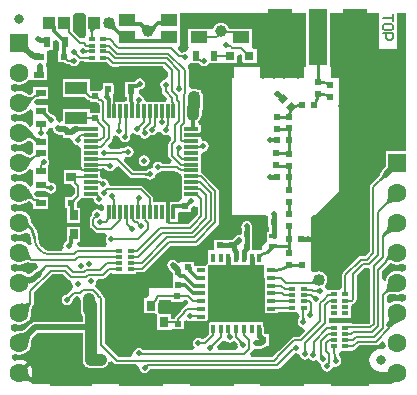
<source format=gbr>
%TF.GenerationSoftware,Altium Limited,Altium Designer,21.4.1 (30)*%
G04 Layer_Physical_Order=1*
G04 Layer_Color=255*
%FSLAX26Y26*%
%MOIN*%
%TF.SameCoordinates,A13BDBB0-CAD7-4838-8454-AA6E24CDD61A*%
%TF.FilePolarity,Positive*%
%TF.FileFunction,Copper,L1,Top,Signal*%
%TF.Part,Single*%
G01*
G75*
%TA.AperFunction,Conductor*%
%ADD10C,0.009169*%
%ADD11C,0.011811*%
%ADD12C,0.039370*%
%ADD13C,0.007874*%
%TA.AperFunction,FiducialPad,Global*%
%ADD14C,0.031496*%
%TA.AperFunction,SMDPad,CuDef*%
%ADD15R,0.023622X0.019685*%
%ADD16R,0.074803X0.043307*%
%ADD17R,0.031496X0.031496*%
%ADD18R,0.024000X0.034000*%
%ADD19C,0.040000*%
%ADD20R,0.019685X0.023622*%
%ADD21R,0.140551X0.039370*%
%ADD22R,0.127559X0.039370*%
%ADD23R,0.039370X0.127559*%
%ADD24R,0.039370X0.140551*%
%ADD25R,0.039370X0.149606*%
%ADD26R,0.149606X0.039370*%
%ADD27R,0.078740X0.185039*%
%ADD28R,0.062992X0.185039*%
%ADD29R,0.034000X0.030000*%
%ADD30R,0.040000X0.040000*%
%ADD31R,0.025591X0.013780*%
%ADD32R,0.029528X0.011811*%
%ADD33R,0.011811X0.029528*%
%ADD34R,0.188976X0.188976*%
%ADD35R,0.028000X0.034000*%
%ADD36R,0.031496X0.035433*%
%ADD37R,0.011811X0.047244*%
%ADD38R,0.047244X0.011811*%
%ADD39R,0.019685X0.015748*%
%ADD40R,0.019685X0.011811*%
%ADD41R,0.055118X0.041339*%
%ADD42R,0.030000X0.034000*%
%ADD43R,0.034000X0.024000*%
G04:AMPARAMS|DCode=44|XSize=19.685mil|YSize=23.622mil|CornerRadius=0mil|HoleSize=0mil|Usage=FLASHONLY|Rotation=315.000|XOffset=0mil|YOffset=0mil|HoleType=Round|Shape=Rectangle|*
%AMROTATEDRECTD44*
4,1,4,-0.015311,-0.001392,0.001392,0.015311,0.015311,0.001392,-0.001392,-0.015311,-0.015311,-0.001392,0.0*
%
%ADD44ROTATEDRECTD44*%

%TA.AperFunction,Conductor*%
%ADD45C,0.019685*%
%ADD46C,0.015748*%
%ADD47C,0.009842*%
%TA.AperFunction,NonConductor*%
%ADD48C,0.007874*%
%TA.AperFunction,Conductor*%
%ADD49R,0.078740X0.074638*%
%TA.AperFunction,ComponentPad*%
%ADD50C,0.062992*%
%ADD51R,0.062992X0.062992*%
%TA.AperFunction,ViaPad*%
%ADD52C,0.019685*%
%ADD53C,0.039370*%
%ADD54C,0.031496*%
%ADD55C,0.023622*%
G36*
X495586Y1200370D02*
X494487Y1199191D01*
X493434Y1197899D01*
X492428Y1196492D01*
X491468Y1194973D01*
X490555Y1193339D01*
X488868Y1189732D01*
X488094Y1187758D01*
X486685Y1183470D01*
X473670Y1207762D01*
X475560Y1207257D01*
X477390Y1206945D01*
X479162Y1206826D01*
X480875Y1206900D01*
X482528Y1207167D01*
X484123Y1207627D01*
X485658Y1208280D01*
X487134Y1209125D01*
X488550Y1210164D01*
X489908Y1211395D01*
X495586Y1200370D01*
D02*
G37*
G36*
X451301Y1213321D02*
X452725Y1212214D01*
X454213Y1211253D01*
X455767Y1210439D01*
X457385Y1209770D01*
X459068Y1209247D01*
X460816Y1208870D01*
X462629Y1208639D01*
X464508Y1208555D01*
X466451Y1208616D01*
X448107Y1189468D01*
X448089Y1191432D01*
X447934Y1193327D01*
X447642Y1195155D01*
X447214Y1196913D01*
X446650Y1198604D01*
X445949Y1200227D01*
X445111Y1201781D01*
X444137Y1203267D01*
X443026Y1204685D01*
X441779Y1206034D01*
X449943Y1214574D01*
X451301Y1213321D01*
D02*
G37*
G36*
X359096Y1212489D02*
X359264Y1210428D01*
X359559Y1208462D01*
X359981Y1206593D01*
X360530Y1204819D01*
X361206Y1203141D01*
X362008Y1201559D01*
X362937Y1200073D01*
X363993Y1198683D01*
X365176Y1197389D01*
X356825Y1189037D01*
X355530Y1190220D01*
X354140Y1191276D01*
X352654Y1192206D01*
X351072Y1193008D01*
X349394Y1193684D01*
X347621Y1194232D01*
X345751Y1194654D01*
X343786Y1194949D01*
X341725Y1195118D01*
X339567Y1195159D01*
X359055Y1214646D01*
X359096Y1212489D01*
D02*
G37*
G36*
X295137Y1196022D02*
X293069Y1195301D01*
X291218Y1194474D01*
X289585Y1193541D01*
X288170Y1192501D01*
X286972Y1191354D01*
X285993Y1190101D01*
X285231Y1188742D01*
X284686Y1187276D01*
X284360Y1185704D01*
X284251Y1184024D01*
X276377Y1185554D01*
X276322Y1187086D01*
X276156Y1188781D01*
X275492Y1192657D01*
X274995Y1194838D01*
X272838Y1202356D01*
X270848Y1208179D01*
X295137Y1196022D01*
D02*
G37*
G36*
X261497Y1242717D02*
Y1206861D01*
X261265Y1205697D01*
X261497Y1204533D01*
Y1188286D01*
X261497Y1186969D01*
X261496D01*
X262597Y1176741D01*
X258630Y1166385D01*
X256941Y1164666D01*
X242884Y1164615D01*
X217245Y1190255D01*
Y1242717D01*
X227139Y1247801D01*
X251602D01*
X261497Y1242717D01*
D02*
G37*
G36*
X1326541Y789370D02*
X1259843D01*
Y736996D01*
X1253011Y729344D01*
X1247070Y723403D01*
X1243154Y717543D01*
X1241900Y711235D01*
X1241811Y711060D01*
X1241208Y710095D01*
X1240395Y708961D01*
X1233894Y701559D01*
X1209989Y677654D01*
X1207379Y673747D01*
X1206462Y669139D01*
X1206462Y669138D01*
Y452713D01*
X1192533Y438784D01*
X1177378D01*
X1172770Y437867D01*
X1168863Y435257D01*
X1168862Y435256D01*
X1117470Y383863D01*
X1114859Y379957D01*
X1113942Y375348D01*
X1113943Y375348D01*
Y331750D01*
X1104184Y326338D01*
X1068751D01*
X1068751Y326338D01*
X1062931Y327788D01*
X1057269Y340114D01*
X1060585Y345079D01*
X1061282Y345986D01*
X1064090Y352767D01*
X1065048Y360043D01*
X1064090Y367320D01*
X1061282Y374101D01*
X1056814Y379923D01*
X1050991Y384391D01*
X1044210Y387200D01*
X1036934Y388158D01*
X1029657Y387200D01*
X1022877Y384391D01*
X1022539Y384132D01*
X1010539Y390050D01*
Y567485D01*
X1018665Y576119D01*
X1025441D01*
X1103584Y654263D01*
Y1070374D01*
X1073224D01*
Y1247801D01*
X1236583D01*
Y1128877D01*
X1299565D01*
Y1247801D01*
X1326541D01*
Y789370D01*
D02*
G37*
G36*
X257993Y1127678D02*
X258604Y1127149D01*
X259261Y1126683D01*
X259964Y1126279D01*
X260715Y1125938D01*
X261511Y1125658D01*
X262354Y1125440D01*
X263244Y1125285D01*
X264180Y1125192D01*
X265163Y1125161D01*
X264652Y1117287D01*
X263675Y1117259D01*
X262737Y1117176D01*
X261837Y1117037D01*
X260976Y1116843D01*
X260152Y1116593D01*
X259368Y1116288D01*
X258621Y1115928D01*
X257913Y1115512D01*
X257243Y1115040D01*
X256611Y1114513D01*
X257429Y1128268D01*
X257993Y1127678D01*
D02*
G37*
G36*
X69857Y1142712D02*
X69473Y1141149D01*
X69596Y1139308D01*
X70227Y1137189D01*
X71365Y1134791D01*
X73011Y1132115D01*
X75164Y1129160D01*
X77825Y1125927D01*
X84668Y1118626D01*
X70748Y1104707D01*
X66958Y1108382D01*
X60214Y1114210D01*
X57260Y1116363D01*
X54583Y1118009D01*
X52185Y1119147D01*
X50066Y1119778D01*
X48225Y1119901D01*
X46662Y1119517D01*
X45378Y1118626D01*
X70748Y1143996D01*
X69857Y1142712D01*
D02*
G37*
G36*
X994484Y1070374D02*
X747476D01*
X747476Y682800D01*
Y576119D01*
X858701D01*
X869606Y573476D01*
Y534106D01*
X870512D01*
Y518804D01*
X864205D01*
Y489277D01*
X847867Y472939D01*
D01*
X838737Y463809D01*
Y458157D01*
D01*
X816371D01*
D01*
Y489652D01*
X816371D01*
Y491382D01*
X816371D01*
Y530751D01*
Y530751D01*
X816371D01*
X814160Y541836D01*
X814014Y542567D01*
X812678Y545792D01*
X810740Y548693D01*
X808272Y551161D01*
X805370Y553100D01*
X803702Y553791D01*
X803766Y554113D01*
X796978Y555463D01*
X790190Y554113D01*
X790254Y553791D01*
X788586Y553100D01*
X785685Y551161D01*
X783217Y548693D01*
X781278Y545792D01*
X779943Y542567D01*
X779262Y539145D01*
Y535655D01*
X779943Y532232D01*
X780938Y529829D01*
Y513596D01*
X775941Y510258D01*
X770672D01*
X767250Y509577D01*
X764025Y508241D01*
X761124Y506303D01*
X758656Y503835D01*
X756717Y500933D01*
X756491Y500388D01*
X756074Y499971D01*
D01*
X749410Y493307D01*
X728444D01*
Y493308D01*
X727786Y493349D01*
Y493349D01*
X716461Y493349D01*
X688416D01*
Y458157D01*
X667481D01*
Y411868D01*
X657361Y404524D01*
X622205D01*
X620963Y416010D01*
Y419395D01*
X581593D01*
Y419395D01*
X569593Y415116D01*
X562837Y421872D01*
X562837Y421872D01*
X556977Y425788D01*
X550064Y427163D01*
X543151Y425788D01*
X537291Y421872D01*
X533375Y416012D01*
X532000Y409099D01*
X533375Y402187D01*
X537291Y396326D01*
X549795Y383822D01*
X550120Y382191D01*
Y364251D01*
X550120D01*
X551809Y362984D01*
Y342752D01*
X551082Y331053D01*
X542890Y331053D01*
X472678D01*
Y304814D01*
X463071Y299035D01*
X454484D01*
Y247854D01*
X487421D01*
X497791Y243917D01*
X497791Y237485D01*
Y192736D01*
X545035D01*
Y192736D01*
X547106Y194704D01*
X586475D01*
Y220715D01*
X592023Y223874D01*
X598475Y225635D01*
X602790Y222752D01*
X609703Y221377D01*
X610949Y221625D01*
X622205Y223422D01*
X622205Y223422D01*
X622205Y223422D01*
X661044D01*
X668562Y220570D01*
X671414Y213051D01*
Y177431D01*
X659651Y165669D01*
X648971Y161409D01*
X643111Y165325D01*
X636198Y166700D01*
X629286Y165325D01*
X623425Y161409D01*
X619510Y155549D01*
X618135Y148636D01*
X619510Y141723D01*
X623425Y135863D01*
X619657Y123948D01*
X452190D01*
X450005Y127218D01*
X444145Y131134D01*
X437232Y132509D01*
X430320Y131134D01*
X424459Y127218D01*
X420544Y121358D01*
X419169Y114445D01*
X419198Y114296D01*
X410709Y102296D01*
X368976D01*
X323136Y148136D01*
Y298574D01*
X322219Y303183D01*
X319609Y307090D01*
X313454Y313245D01*
X311242Y316554D01*
X296536Y331261D01*
X292570Y337419D01*
X293953Y347211D01*
X295328Y354124D01*
X305484Y363735D01*
X318567D01*
X318568Y363735D01*
X323176Y364652D01*
X327083Y367262D01*
X341794Y381973D01*
X353794Y379136D01*
Y379067D01*
X389227D01*
Y379067D01*
X393164D01*
Y379067D01*
X428597D01*
Y383979D01*
X449586D01*
X449587Y383979D01*
X454195Y384896D01*
X458102Y387506D01*
X544028Y473432D01*
X626972D01*
X626973Y473432D01*
X631581Y474349D01*
X635488Y476959D01*
X698973Y540445D01*
X701574Y543046D01*
X704185Y546953D01*
X705101Y551561D01*
X705101Y551562D01*
Y655257D01*
X705101Y655258D01*
X704185Y659866D01*
X701574Y663773D01*
X652362Y712986D01*
X648455Y715596D01*
X643847Y716513D01*
X643625Y727861D01*
Y776802D01*
X653006Y787111D01*
X659919Y788486D01*
X665779Y792402D01*
X669695Y798262D01*
X671070Y805174D01*
X669695Y812087D01*
X665779Y817947D01*
X659919Y821863D01*
X653006Y823238D01*
X649697Y826875D01*
X643625Y836360D01*
Y848171D01*
X643625D01*
X643625Y848360D01*
Y875730D01*
X639143D01*
X635765Y887730D01*
X638513Y889838D01*
X642930Y895595D01*
X645707Y902299D01*
X646654Y909494D01*
Y922918D01*
X647119Y923523D01*
X649896Y930227D01*
X650843Y937422D01*
Y969057D01*
X649896Y976251D01*
X647119Y982956D01*
X646417Y983871D01*
Y993435D01*
X636208D01*
X630241Y995907D01*
X623047Y996854D01*
X616559Y996000D01*
X615655Y996044D01*
X604559Y1003787D01*
Y1057608D01*
X603642Y1062216D01*
X602218Y1064348D01*
X601903Y1069178D01*
X604799Y1079326D01*
X608354Y1081223D01*
X608354Y1081223D01*
Y1081223D01*
X635127D01*
X636291Y1080992D01*
X636721D01*
X639366Y1079225D01*
X640710Y1078957D01*
X643142Y1075318D01*
X649002Y1071402D01*
X655915Y1070027D01*
X662828Y1071402D01*
X668688Y1075318D01*
X672604Y1081178D01*
X672612Y1081223D01*
X706298D01*
X708101Y1081223D01*
Y1081223D01*
X717779Y1082475D01*
Y1082475D01*
X765023D01*
Y1107169D01*
X777023Y1113025D01*
X782740Y1108564D01*
Y1082475D01*
X829984D01*
Y1129719D01*
X819681D01*
X814961Y1139764D01*
Y1196850D01*
X763959D01*
X762795Y1197082D01*
X762795Y1197082D01*
X738460D01*
X736060Y1202875D01*
X731643Y1208632D01*
X725886Y1213049D01*
X719182Y1215826D01*
X711987Y1216773D01*
X704793Y1215826D01*
X698089Y1213049D01*
X692332Y1208632D01*
X687915Y1202875D01*
X685138Y1196171D01*
X673228Y1196851D01*
Y1196850D01*
X602362D01*
Y1139764D01*
X602362D01*
X604387Y1136548D01*
X602954Y1128196D01*
X590877Y1120362D01*
X590552Y1120426D01*
X583639Y1119051D01*
X580067Y1116665D01*
X577558D01*
X566460Y1127764D01*
X571430Y1139764D01*
X574664D01*
Y1196850D01*
Y1247801D01*
X994484D01*
Y1070374D01*
D02*
G37*
G36*
X214119Y1082099D02*
X213596Y1082715D01*
X213021Y1083266D01*
X212395Y1083753D01*
X211718Y1084174D01*
X210989Y1084531D01*
X210208Y1084822D01*
X209376Y1085049D01*
X208493Y1085211D01*
X207558Y1085309D01*
X206572Y1085341D01*
X207619Y1093215D01*
X208593Y1093241D01*
X209532Y1093318D01*
X210436Y1093446D01*
X211304Y1093625D01*
X212138Y1093856D01*
X212937Y1094138D01*
X213701Y1094471D01*
X214429Y1094855D01*
X215123Y1095291D01*
X215781Y1095778D01*
X214119Y1082099D01*
D02*
G37*
G36*
X574829Y1010466D02*
X574918Y1009529D01*
X575066Y1008634D01*
X575272Y1007781D01*
X575538Y1006970D01*
X575863Y1006201D01*
X576247Y1005475D01*
X576690Y1004791D01*
X577192Y1004149D01*
X577753Y1003549D01*
X563973D01*
X564534Y1004149D01*
X565036Y1004791D01*
X565479Y1005475D01*
X565863Y1006201D01*
X566188Y1006970D01*
X566453Y1007781D01*
X566660Y1008634D01*
X566808Y1009529D01*
X566896Y1010466D01*
X566926Y1011446D01*
X574800D01*
X574829Y1010466D01*
D02*
G37*
G36*
X170389Y1152156D02*
X171544Y1151384D01*
Y1126122D01*
X169008Y1123435D01*
X169008D01*
Y1084065D01*
X189379D01*
X192682Y1080763D01*
X196589Y1078152D01*
X201197Y1077236D01*
X207476D01*
X207592Y1077214D01*
X207742Y1077174D01*
X207782Y1077158D01*
X208000Y1076902D01*
X208205Y1076739D01*
X209155Y1075318D01*
X215015Y1071402D01*
X221928Y1070027D01*
X228840Y1071402D01*
X234701Y1075318D01*
X238617Y1081178D01*
X241219Y1087927D01*
X250597Y1087928D01*
X262597Y1086321D01*
Y1084222D01*
X298030D01*
Y1084222D01*
X301968D01*
Y1084222D01*
X332809D01*
X336964Y1080068D01*
X337293Y1079847D01*
X343471Y1073670D01*
X347377Y1071059D01*
X351986Y1070143D01*
X518409D01*
X536278Y1052273D01*
Y1038552D01*
X526667Y1028396D01*
X519754Y1027021D01*
X513894Y1023106D01*
X509978Y1017245D01*
X508603Y1010333D01*
X509978Y1003420D01*
X513894Y997560D01*
X514625Y997072D01*
Y987822D01*
X514625Y987822D01*
X515541Y983213D01*
X518152Y979307D01*
X532956Y964502D01*
X527986Y952502D01*
X465635D01*
X454893Y960007D01*
X453518Y966920D01*
X449603Y972780D01*
X443742Y976696D01*
X437064Y978024D01*
X436832Y978452D01*
X436911Y992801D01*
X439842Y995224D01*
X446755Y996599D01*
X452615Y1000514D01*
X456531Y1006375D01*
X457906Y1013287D01*
X456531Y1020200D01*
X452615Y1026060D01*
X446755Y1029976D01*
X439842Y1031351D01*
X432929Y1029976D01*
X427069Y1026060D01*
X423274Y1020381D01*
X416924D01*
X415567Y1020111D01*
X390956D01*
Y970363D01*
X396780D01*
Y954784D01*
X385023Y952502D01*
X362588D01*
X362129Y952502D01*
X356842Y953009D01*
X350878Y965293D01*
X353150Y974914D01*
X353150D01*
Y1012138D01*
X352291Y1013328D01*
X353150Y1013537D01*
Y1014284D01*
X317717D01*
Y998633D01*
X312717Y988704D01*
X274116D01*
Y1028460D01*
X183565D01*
Y969405D01*
X257085D01*
X264795Y961696D01*
X268702Y959085D01*
X273310Y958168D01*
X273347Y953271D01*
X295593D01*
X297003Y951861D01*
X297003Y951861D01*
X300910Y949250D01*
X305518Y948333D01*
X306779Y936779D01*
Y917069D01*
X274116D01*
Y930035D01*
X183565D01*
Y890307D01*
X181711Y888076D01*
X171784Y882014D01*
X164081Y890988D01*
X162910Y893056D01*
X162837Y893424D01*
X161535Y899968D01*
X157619Y905829D01*
X151759Y909745D01*
X144847Y911120D01*
X144395Y911030D01*
X135111Y920314D01*
Y941612D01*
X94835D01*
X88974Y952161D01*
X95896Y961633D01*
X102173D01*
X102174Y961633D01*
X103337Y961864D01*
X135111D01*
Y1001612D01*
X85363D01*
Y984721D01*
X81575Y982190D01*
X76764Y977379D01*
X76401Y977068D01*
X75636Y976612D01*
X74950Y976361D01*
X74202Y976242D01*
X73240Y976267D01*
X71965Y976513D01*
X70345Y977070D01*
X68400Y978009D01*
X66164Y979372D01*
X63460Y981333D01*
X63380Y981370D01*
X63318Y981434D01*
X62773Y981670D01*
X59227Y984392D01*
X49650Y988359D01*
X39372Y989712D01*
X29095Y988359D01*
X24042Y986266D01*
X12042Y992596D01*
Y1007409D01*
X24042Y1013738D01*
X29095Y1011645D01*
X39372Y1010292D01*
X49650Y1011645D01*
X59227Y1015612D01*
X67451Y1021923D01*
X69416Y1024483D01*
X81416Y1023909D01*
X81416Y1023909D01*
X107167D01*
X108332Y1023678D01*
X109496Y1023909D01*
X131164D01*
Y1063657D01*
X131164D01*
X127334Y1075658D01*
X131164Y1083910D01*
X131164D01*
Y1123657D01*
X142143Y1126122D01*
X151292D01*
Y1154077D01*
X151601Y1154410D01*
X163292Y1159253D01*
X170389Y1152156D01*
D02*
G37*
G36*
X61712Y972683D02*
X64557Y970949D01*
X67282Y969634D01*
X69887Y968737D01*
X72371Y968258D01*
X74735Y968197D01*
X76978Y968555D01*
X79101Y969331D01*
X81103Y970525D01*
X82985Y972137D01*
X84210Y962227D01*
X83835Y961744D01*
X83143Y960732D01*
X66233Y933556D01*
X58745Y974835D01*
X61712Y972683D01*
D02*
G37*
G36*
X85363Y921788D02*
Y910990D01*
X85363Y901864D01*
X85362D01*
Y898990D01*
X85363D01*
Y874562D01*
X75141Y870163D01*
X73363Y870411D01*
X71670Y872784D01*
X71467Y872975D01*
X71335Y873222D01*
X70918Y873562D01*
X67451Y878081D01*
X59227Y884392D01*
X49650Y888359D01*
X39372Y889712D01*
X29095Y888359D01*
X24042Y886266D01*
X12042Y892596D01*
Y907409D01*
X24042Y913738D01*
X29095Y911645D01*
X39372Y910292D01*
X49650Y911645D01*
X59227Y915612D01*
X67451Y921923D01*
X73363Y929627D01*
X74751Y929740D01*
X85363Y921788D01*
D02*
G37*
G36*
X150819Y864441D02*
X150950Y863971D01*
X152252Y857426D01*
X156167Y851566D01*
X159581Y848152D01*
X165442Y844237D01*
X172354Y842862D01*
X183347D01*
Y833084D01*
X199319D01*
X201064Y832737D01*
X204911D01*
X215894Y826443D01*
X217269Y819531D01*
X221185Y813670D01*
X227045Y809755D01*
X233958Y808380D01*
X233987Y808385D01*
X245701Y800044D01*
X245987Y799469D01*
Y769431D01*
Y732294D01*
X238061Y726741D01*
X235762Y725777D01*
X186938D01*
Y680029D01*
X212476D01*
X212958Y677611D01*
X215568Y673704D01*
X220180Y669092D01*
X220180Y669091D01*
X220228Y669059D01*
X223588Y665700D01*
Y645193D01*
X212694Y634300D01*
X192323D01*
Y598867D01*
X198599D01*
Y550434D01*
X242347D01*
Y600182D01*
X231694D01*
Y619237D01*
X236947Y624491D01*
X245987Y631636D01*
X283313D01*
X286556Y627684D01*
X287931Y620771D01*
X291847Y614911D01*
X297707Y610995D01*
X304620Y609620D01*
X310759Y610841D01*
X311815Y610821D01*
X322155Y604437D01*
X321890Y592974D01*
X310759Y589597D01*
X310645Y589768D01*
X304784Y593684D01*
X297872Y595059D01*
X290959Y593684D01*
X285099Y589768D01*
X281183Y583908D01*
X279808Y576995D01*
X280510Y573468D01*
X277858Y570816D01*
X275248Y566909D01*
X274331Y562301D01*
X274331Y562301D01*
Y541761D01*
X274331Y541761D01*
X275248Y537152D01*
X277858Y533245D01*
X290543Y520561D01*
X290543Y520561D01*
X294450Y517951D01*
X299058Y517034D01*
X299059Y517034D01*
X325655D01*
X328748Y512032D01*
X330776Y505034D01*
X328055Y500962D01*
X326680Y494049D01*
X328055Y487136D01*
X331971Y481276D01*
X332253Y481087D01*
X328613Y469087D01*
X240184D01*
X232677Y480386D01*
X235976Y486434D01*
X242347D01*
Y536182D01*
X198599D01*
Y504570D01*
X198329Y503213D01*
Y489168D01*
X197293Y488962D01*
X191433Y485047D01*
X187517Y479187D01*
X186142Y472274D01*
X186948Y468224D01*
X182000Y459307D01*
X179190Y456224D01*
X150802D01*
X139508Y456398D01*
D01*
X128683Y459234D01*
X123388Y461427D01*
X114551Y468208D01*
X107770Y477045D01*
X103753Y486744D01*
X102873Y498380D01*
X102872D01*
X101652Y510768D01*
X98039Y522680D01*
X92171Y533659D01*
X84274Y543281D01*
X83452Y543956D01*
X83337Y544077D01*
X82350Y545245D01*
X81500Y546374D01*
X80782Y547460D01*
X80191Y548500D01*
X79715Y549494D01*
X79346Y550444D01*
X79073Y551356D01*
X78888Y552236D01*
X78740Y553447D01*
X78554Y554013D01*
X77729Y560280D01*
X73762Y569857D01*
X67451Y578081D01*
X59227Y584392D01*
X49650Y588359D01*
X39372Y589712D01*
X29095Y588359D01*
X24042Y586266D01*
X12042Y592596D01*
Y607409D01*
X24042Y613738D01*
X29095Y611645D01*
X39372Y610292D01*
X49650Y611645D01*
X59227Y615612D01*
X60899Y616895D01*
X61017Y616938D01*
X61047Y616966D01*
X61085Y616980D01*
X64054Y618823D01*
X66537Y620117D01*
X68723Y621016D01*
X70578Y621553D01*
X72086Y621785D01*
X73264Y621786D01*
X74186Y621629D01*
X74975Y621340D01*
X75767Y620871D01*
X76126Y620565D01*
X81112Y615579D01*
X81112Y615578D01*
X85019Y612968D01*
X85363Y612900D01*
Y596157D01*
X135111D01*
Y635905D01*
X103337D01*
X102174Y636136D01*
X102173Y636136D01*
X96020D01*
X89284Y645927D01*
X95214Y656157D01*
X116582D01*
X117746Y655925D01*
X129021D01*
X131691Y651929D01*
X137551Y648014D01*
X144464Y646639D01*
X151376Y648014D01*
X157237Y651929D01*
X161153Y657790D01*
X162528Y664702D01*
X161153Y671615D01*
X157237Y677475D01*
X151376Y681391D01*
X144464Y682766D01*
X135111Y693094D01*
X135111Y707905D01*
Y731192D01*
X135586Y742392D01*
X135587Y742393D01*
X136768Y744161D01*
X137972Y750214D01*
X138143Y751073D01*
X136768Y757986D01*
X135426Y759994D01*
X135111Y761029D01*
X135111Y761029D01*
Y799242D01*
Y838990D01*
X135111D01*
X128300Y849116D01*
X135111Y859242D01*
X135111D01*
X137922Y865808D01*
X150819Y864441D01*
D02*
G37*
G36*
X511479Y852108D02*
X514783Y847163D01*
X520643Y843247D01*
X527556Y841872D01*
X533290Y843013D01*
X543667Y836060D01*
X544614Y825808D01*
X539805Y820999D01*
X537195Y817092D01*
X536278Y812484D01*
X536278Y812484D01*
Y772990D01*
X536278Y772990D01*
X537195Y768382D01*
X539805Y764475D01*
X546538Y757742D01*
X541945Y746656D01*
X515389D01*
X514901Y747386D01*
X509041Y751302D01*
X502128Y752677D01*
X495216Y751302D01*
X489356Y747386D01*
X485440Y741526D01*
X484861Y738617D01*
X483614Y734410D01*
X482022Y733426D01*
X473933Y728721D01*
X467736Y727488D01*
X461875Y723573D01*
X461538Y723069D01*
X461523Y723060D01*
X461380Y723000D01*
X461188Y722937D01*
X460934Y722875D01*
X460732Y722842D01*
X419498D01*
X388120Y754220D01*
X390822Y768476D01*
X395486Y770501D01*
X402399Y769126D01*
X409312Y770501D01*
X415172Y774417D01*
X419088Y780278D01*
X420463Y787190D01*
X419088Y794103D01*
X415172Y799963D01*
X409312Y803879D01*
X402399Y805254D01*
X395486Y803879D01*
X389626Y799963D01*
X389110Y799190D01*
X381028D01*
X376420Y798274D01*
X372513Y795663D01*
X372512Y795663D01*
X372103Y795253D01*
X344192D01*
X333901Y806274D01*
X334003Y809961D01*
X346794Y822753D01*
X346795Y822753D01*
X349405Y826660D01*
X350322Y831268D01*
X350322Y831269D01*
Y836092D01*
X352109Y837560D01*
X362322Y841408D01*
X365134Y839529D01*
X372758Y836043D01*
X374133Y829131D01*
X378049Y823270D01*
X383909Y819355D01*
X390822Y817980D01*
X397734Y819355D01*
X403595Y823270D01*
X407510Y829131D01*
X408885Y836043D01*
X407645Y842280D01*
X416559Y847346D01*
X416887Y847505D01*
X418427Y848076D01*
X419739Y848331D01*
X425185Y844693D01*
X432098Y843318D01*
X439822Y841680D01*
X443737Y835820D01*
X449598Y831904D01*
X456510Y830529D01*
X463423Y831904D01*
X469283Y835820D01*
X473199Y841680D01*
X473297Y842173D01*
X475819Y843218D01*
X482732Y841843D01*
X489644Y843218D01*
X495505Y847133D01*
X498817Y852091D01*
X505183Y852770D01*
X511479Y852108D01*
D02*
G37*
G36*
X67520Y864777D02*
X83847Y844565D01*
X86126Y842135D01*
X88391Y839819D01*
X83128Y828378D01*
X81077Y830198D01*
X78994Y831589D01*
X76878Y832550D01*
X74729Y833082D01*
X72548Y833184D01*
X70335Y832857D01*
X68089Y832101D01*
X65810Y830915D01*
X63500Y829299D01*
X61156Y827254D01*
X65134Y868122D01*
X67520Y864777D01*
D02*
G37*
G36*
X882816Y830974D02*
X883154Y830805D01*
X883588Y830656D01*
X884119Y830527D01*
X884746Y830418D01*
X886289Y830259D01*
X888217Y830179D01*
X889326Y830169D01*
X889279Y818359D01*
X888169Y818349D01*
X884698Y818115D01*
X884071Y818008D01*
X883541Y817881D01*
X883107Y817734D01*
X882770Y817569D01*
X882530Y817383D01*
X882574Y831163D01*
X882816Y830974D01*
D02*
G37*
G36*
X78948Y821041D02*
X84714Y815276D01*
X85363Y814842D01*
Y783328D01*
X82410Y781356D01*
X82410Y781355D01*
X77095Y776041D01*
X76730Y775727D01*
X75979Y775276D01*
X75356Y775048D01*
X74722Y774950D01*
X73907Y774982D01*
X72787Y775226D01*
X71324Y775782D01*
X69535Y776732D01*
X67462Y778122D01*
X64929Y780146D01*
X64823Y780201D01*
X64743Y780291D01*
X64282Y780513D01*
X59227Y784392D01*
X49650Y788359D01*
X39372Y789712D01*
X29095Y788359D01*
X24042Y786266D01*
X12042Y792596D01*
Y807409D01*
X24042Y813738D01*
X29095Y811645D01*
X39372Y810292D01*
X49650Y811645D01*
X59227Y815612D01*
X67451Y821923D01*
X78948Y821041D01*
D02*
G37*
G36*
X62712Y771641D02*
X65407Y769835D01*
X68001Y768457D01*
X70494Y767508D01*
X72886Y766988D01*
X75178Y766897D01*
X77369Y767235D01*
X79459Y768001D01*
X81448Y769195D01*
X83336Y770819D01*
X84095Y760442D01*
X83783Y760037D01*
X82143Y757652D01*
X65725Y732753D01*
X59916Y773875D01*
X62712Y771641D01*
D02*
G37*
G36*
X405994Y702285D02*
X405995Y702284D01*
X409901Y699674D01*
X414510Y698757D01*
X414510Y698757D01*
X460733D01*
X460934Y698724D01*
X461188Y698663D01*
X461380Y698600D01*
X461523Y698539D01*
X461538Y698531D01*
X461875Y698027D01*
X467736Y694111D01*
X474648Y692736D01*
X481561Y694111D01*
X487421Y698027D01*
X491337Y703887D01*
X496176Y711335D01*
X498548Y713862D01*
X501550Y715345D01*
X509041Y717925D01*
X514901Y721840D01*
X515389Y722571D01*
X559438D01*
X562432Y719577D01*
X566339Y716967D01*
X569079Y716422D01*
X569861Y715640D01*
X573768Y713030D01*
X578376Y712113D01*
X580633Y700360D01*
Y671006D01*
Y631636D01*
X575424Y621793D01*
X572831D01*
Y618126D01*
X553074D01*
X551716Y617856D01*
X539483D01*
X539294Y617856D01*
X527483D01*
X527294Y617856D01*
X485271D01*
Y631424D01*
X485272Y631425D01*
X484355Y636033D01*
X481744Y639940D01*
X481744Y639941D01*
X452052Y669633D01*
X448145Y672243D01*
X443536Y673160D01*
X443536Y673160D01*
X342177D01*
X337555Y678792D01*
X336180Y685704D01*
X332264Y691564D01*
X326404Y695480D01*
X319491Y696855D01*
X309362Y705044D01*
X308979Y708395D01*
Y718061D01*
X308979Y718250D01*
Y730061D01*
X320340Y731798D01*
X322795D01*
X325020Y730311D01*
X325565Y730203D01*
X328104Y726404D01*
X333964Y722489D01*
X340877Y721114D01*
X347789Y722489D01*
X353649Y726404D01*
X357565Y732264D01*
X357810Y733498D01*
X370527Y737752D01*
X405994Y702285D01*
D02*
G37*
G36*
X1283825Y718625D02*
X1283479Y718672D01*
X1282855Y718399D01*
X1281952Y717806D01*
X1280771Y716894D01*
X1277573Y714110D01*
X1267837Y704705D01*
X1253918Y718625D01*
X1256749Y721476D01*
X1267611Y733642D01*
X1267884Y734267D01*
X1267837Y734613D01*
X1283825Y718625D01*
D02*
G37*
G36*
X83116Y723921D02*
X85363Y722337D01*
X85363Y701029D01*
X85363Y689029D01*
Y674468D01*
X74643Y670273D01*
X73363Y670377D01*
X67451Y678081D01*
X59227Y684392D01*
X49650Y688359D01*
X39372Y689712D01*
X29095Y688359D01*
X24042Y686266D01*
X12042Y692596D01*
Y707409D01*
X24042Y713738D01*
X29095Y711645D01*
X39372Y710292D01*
X49650Y711645D01*
X59227Y715612D01*
X67451Y721923D01*
X71876Y727690D01*
X72140Y727926D01*
X83116Y723921D01*
D02*
G37*
G36*
X467619Y703910D02*
X467019Y704471D01*
X466377Y704973D01*
X465693Y705416D01*
X464966Y705800D01*
X464198Y706125D01*
X463387Y706390D01*
X462534Y706597D01*
X461639Y706745D01*
X460701Y706833D01*
X459722Y706863D01*
Y714737D01*
X460701Y714766D01*
X461639Y714855D01*
X462534Y715003D01*
X463387Y715209D01*
X464198Y715475D01*
X464966Y715800D01*
X465693Y716184D01*
X466377Y716627D01*
X467019Y717129D01*
X467619Y717690D01*
Y703910D01*
D02*
G37*
G36*
X1259849Y700635D02*
X1258903Y700502D01*
X1257778Y700104D01*
X1256473Y699442D01*
X1254990Y698515D01*
X1253327Y697323D01*
X1249465Y694146D01*
X1244887Y689910D01*
X1242329Y687395D01*
X1236761Y692963D01*
X1239276Y695521D01*
X1246689Y703962D01*
X1247881Y705624D01*
X1248808Y707107D01*
X1249470Y708412D01*
X1249868Y709537D01*
X1250001Y710483D01*
X1259849Y700635D01*
D02*
G37*
G36*
X135547Y660535D02*
X135185Y661199D01*
X134752Y661793D01*
X134248Y662318D01*
X133674Y662772D01*
X133028Y663157D01*
X132312Y663471D01*
X131525Y663716D01*
X130667Y663891D01*
X129738Y663996D01*
X128739Y664031D01*
X131850Y671905D01*
X132825Y671921D01*
X134676Y672051D01*
X135553Y672165D01*
X137206Y672491D01*
X137984Y672703D01*
X139440Y673224D01*
X140119Y673534D01*
X135547Y660535D01*
D02*
G37*
G36*
X84193Y635096D02*
X82320Y625834D01*
X80450Y627429D01*
X78430Y628624D01*
X76259Y629419D01*
X73938Y629816D01*
X71466Y629812D01*
X68844Y629409D01*
X66072Y628606D01*
X63149Y627404D01*
X60075Y625802D01*
X56851Y623801D01*
X66969Y665181D01*
X84193Y635096D01*
D02*
G37*
G36*
X1299006Y618505D02*
X1294110Y618467D01*
X1281633Y617495D01*
X1278210Y616885D01*
X1275156Y616132D01*
X1272471Y615236D01*
X1270153Y614197D01*
X1268205Y613015D01*
X1266624Y611691D01*
X1261037Y617239D01*
X1262368Y618827D01*
X1263552Y620780D01*
X1264588Y623099D01*
X1265477Y625784D01*
X1266219Y628835D01*
X1266814Y632252D01*
X1267261Y636034D01*
X1267714Y644697D01*
X1267720Y649577D01*
X1299006Y618505D01*
D02*
G37*
G36*
X631896Y602270D02*
X633773Y600741D01*
Y576118D01*
X616142Y558487D01*
X616142Y558487D01*
X616141Y558487D01*
X605789Y548135D01*
X605174Y547724D01*
X605173Y547723D01*
X602410Y544960D01*
X571913D01*
X566853Y554864D01*
Y576836D01*
X572831Y586360D01*
X612201D01*
Y599823D01*
X623058Y605576D01*
X631896Y602270D01*
D02*
G37*
G36*
X70961Y550921D02*
X71286Y549376D01*
X71746Y547837D01*
X72341Y546304D01*
X73072Y544778D01*
X73937Y543257D01*
X74937Y541743D01*
X76073Y540234D01*
X77344Y538732D01*
X78750Y537236D01*
X75063Y527639D01*
X73808Y529022D01*
X72546Y530114D01*
X71280Y530914D01*
X70007Y531423D01*
X68730Y531641D01*
X67446Y531568D01*
X66158Y531204D01*
X64863Y530548D01*
X63564Y529601D01*
X62258Y528364D01*
X70771Y552472D01*
X70961Y550921D01*
D02*
G37*
G36*
X1297007Y518582D02*
X1292744Y518791D01*
X1285033Y518612D01*
X1281585Y518224D01*
X1278409Y517636D01*
X1275504Y516850D01*
X1272870Y515864D01*
X1270508Y514678D01*
X1268418Y513294D01*
X1266599Y511711D01*
X1258759Y520574D01*
X1260259Y522294D01*
X1261626Y524322D01*
X1262860Y526655D01*
X1263960Y529296D01*
X1264926Y532243D01*
X1265759Y535497D01*
X1266459Y539057D01*
X1267457Y547098D01*
X1267757Y551578D01*
X1297007Y518582D01*
D02*
G37*
G36*
X74527Y512227D02*
X75601Y509632D01*
X77406Y498380D01*
X77653Y497135D01*
X79091Y487049D01*
X79258Y485358D01*
X80739Y480476D01*
X69889Y474904D01*
X67451Y478081D01*
X59227Y484392D01*
X49650Y488359D01*
X39372Y489712D01*
X29095Y488359D01*
X24042Y486266D01*
X12042Y492596D01*
Y507409D01*
X24042Y513738D01*
X29095Y511646D01*
X39372Y510292D01*
X49650Y511646D01*
X59227Y515612D01*
X62524Y516726D01*
X74527Y512227D01*
D02*
G37*
G36*
X1258429Y505219D02*
X1258152Y505152D01*
X1257834Y505022D01*
X1257477Y504831D01*
X1257081Y504578D01*
X1256644Y504263D01*
X1255651Y503447D01*
X1254500Y502384D01*
X1253864Y501760D01*
X1248296Y507327D01*
X1248921Y507963D01*
X1250800Y510107D01*
X1251115Y510544D01*
X1251368Y510941D01*
X1251559Y511298D01*
X1251688Y511615D01*
X1251756Y511892D01*
X1258429Y505219D01*
D02*
G37*
G36*
X1282335Y423408D02*
X1280434Y424502D01*
X1278588Y425337D01*
X1276797Y425911D01*
X1275061Y426225D01*
X1273381Y426279D01*
X1271756Y426073D01*
X1270186Y425606D01*
X1268671Y424880D01*
X1267212Y423894D01*
X1265808Y422647D01*
X1260240Y428215D01*
X1261751Y429857D01*
X1263092Y431591D01*
X1264265Y433419D01*
X1265268Y435339D01*
X1266102Y437352D01*
X1266768Y439459D01*
X1267264Y441658D01*
X1267592Y443950D01*
X1267750Y446336D01*
X1267739Y448814D01*
X1282335Y423408D01*
D02*
G37*
G36*
X71106Y450660D02*
X72438Y444615D01*
X73284Y441854D01*
X74251Y439267D01*
X75339Y436854D01*
X76546Y434615D01*
X77875Y432550D01*
X79323Y430660D01*
X80892Y428944D01*
X75324Y423376D01*
X73811Y424695D01*
X72205Y425718D01*
X70505Y426446D01*
X68713Y426877D01*
X66828Y427014D01*
X64850Y426854D01*
X62778Y426398D01*
X60614Y425647D01*
X58357Y424600D01*
X56007Y423257D01*
X70621Y453943D01*
X71106Y450660D01*
D02*
G37*
G36*
X69972Y417392D02*
X70050Y417324D01*
X70216Y417228D01*
X73500Y415034D01*
X78108Y414117D01*
X78109Y414118D01*
X95634D01*
X101909Y402118D01*
X98169Y396734D01*
X96222Y396347D01*
X90362Y392431D01*
X78677Y380747D01*
X67451Y378081D01*
X59227Y384392D01*
X49650Y388359D01*
X39372Y389712D01*
X29095Y388359D01*
X24042Y386266D01*
X12042Y392596D01*
Y407409D01*
X24042Y413738D01*
X29095Y411646D01*
X39372Y410292D01*
X49650Y411646D01*
X59227Y415613D01*
X69593Y417645D01*
X69972Y417392D01*
D02*
G37*
G36*
X1285940Y412885D02*
X1288936Y411644D01*
X1299213Y410291D01*
X1309491Y411644D01*
X1314541Y413736D01*
X1326541Y407405D01*
Y392596D01*
X1314541Y386265D01*
X1309491Y388357D01*
X1299213Y389710D01*
X1288936Y388357D01*
X1279358Y384390D01*
X1271134Y378079D01*
X1264823Y369855D01*
X1260857Y360278D01*
X1260384Y356688D01*
X1260162Y356098D01*
X1259693Y356014D01*
X1247693Y366073D01*
Y387369D01*
X1271539Y411216D01*
X1277394Y414507D01*
X1285940Y412885D01*
D02*
G37*
G36*
X126217Y397172D02*
X123702Y394615D01*
X116289Y386174D01*
X115097Y384511D01*
X114170Y383028D01*
X113508Y381724D01*
X113110Y380598D01*
X112977Y379652D01*
X103129Y389501D01*
X104075Y389634D01*
X105200Y390031D01*
X106505Y390693D01*
X107988Y391620D01*
X109651Y392812D01*
X113513Y395989D01*
X118091Y400225D01*
X120649Y402740D01*
X126217Y397172D01*
D02*
G37*
G36*
X1029131Y346364D02*
X1028000Y346943D01*
X1026900Y347373D01*
X1025831Y347654D01*
X1024792Y347786D01*
X1023784Y347768D01*
X1022807Y347601D01*
X1021861Y347285D01*
X1020945Y346820D01*
X1020060Y346205D01*
X1019207Y345441D01*
X1014569Y351939D01*
X1015556Y352979D01*
X1017355Y355199D01*
X1018167Y356380D01*
X1019616Y358882D01*
X1020253Y360203D01*
X1021353Y362988D01*
X1021815Y364450D01*
X1029131Y346364D01*
D02*
G37*
G36*
X63541Y370405D02*
X64457Y369928D01*
X65649Y369506D01*
X67120Y369142D01*
X68867Y368833D01*
X73194Y368384D01*
X78631Y368159D01*
X81765Y368131D01*
Y348446D01*
X79743Y348401D01*
X76280Y348038D01*
X74840Y347720D01*
X73594Y347312D01*
X72541Y346813D01*
X71683Y346223D01*
X71019Y345543D01*
X70549Y344772D01*
X70273Y343910D01*
X62903Y370938D01*
X63541Y370405D01*
D02*
G37*
G36*
X1293796Y318974D02*
X1289308Y319666D01*
X1281255Y320337D01*
X1277690Y320317D01*
X1274434Y320059D01*
X1271485Y319564D01*
X1268844Y318831D01*
X1266511Y317861D01*
X1264485Y316654D01*
X1262768Y315209D01*
X1258122Y321699D01*
X1259257Y323065D01*
X1260361Y324863D01*
X1261434Y327092D01*
X1262476Y329754D01*
X1263487Y332848D01*
X1265418Y340331D01*
X1267226Y349542D01*
X1268084Y354796D01*
X1293796Y318974D01*
D02*
G37*
G36*
X1034003Y315556D02*
X1033413Y316126D01*
X1032780Y316636D01*
X1032103Y317086D01*
X1031382Y317476D01*
X1030619Y317806D01*
X1029812Y318076D01*
X1028961Y318286D01*
X1028068Y318435D01*
X1027131Y318526D01*
X1026150Y318555D01*
X1026295Y326430D01*
X1027273Y326459D01*
X1028211Y326546D01*
X1029108Y326691D01*
X1029963Y326894D01*
X1030778Y327156D01*
X1031551Y327475D01*
X1032284Y327853D01*
X1032975Y328288D01*
X1033626Y328782D01*
X1034235Y329334D01*
X1034003Y315556D01*
D02*
G37*
G36*
X1326541Y307405D02*
Y292596D01*
X1314541Y286265D01*
X1309491Y288357D01*
X1299213Y289710D01*
X1288936Y288357D01*
X1279358Y284390D01*
X1275440Y281384D01*
X1263440Y286927D01*
Y304419D01*
X1268888Y309866D01*
X1269155Y310091D01*
X1270126Y310670D01*
X1271467Y311227D01*
X1273227Y311716D01*
X1275417Y312083D01*
X1278030Y312290D01*
X1280945Y312307D01*
X1288361Y311688D01*
X1292573Y311039D01*
X1293292Y311070D01*
X1299213Y310291D01*
X1309491Y311644D01*
X1314541Y313736D01*
X1326541Y307405D01*
D02*
G37*
G36*
X1017692Y307901D02*
X1018422Y307318D01*
X1019153Y306834D01*
X1019884Y306450D01*
X1020614Y306164D01*
X1021344Y305977D01*
X1022074Y305890D01*
X1022804Y305901D01*
X1023533Y306011D01*
X1024262Y306221D01*
X1018215Y293839D01*
X1017957Y294544D01*
X1017653Y295248D01*
X1017302Y295952D01*
X1016460Y297359D01*
X1015969Y298062D01*
X1014848Y299466D01*
X1014217Y300167D01*
X1013540Y300868D01*
X1016960Y308583D01*
X1017692Y307901D01*
D02*
G37*
G36*
X211788Y300661D02*
X211114Y299943D01*
X210520Y299214D01*
X210005Y298475D01*
X209569Y297725D01*
X209212Y296965D01*
X208935Y296194D01*
X208736Y295413D01*
X208617Y294622D01*
X208577Y293820D01*
X208617Y293008D01*
X198071Y301877D01*
X198887Y301971D01*
X199691Y302130D01*
X200483Y302353D01*
X201264Y302639D01*
X202032Y302990D01*
X202789Y303405D01*
X203533Y303884D01*
X204266Y304426D01*
X204986Y305033D01*
X205695Y305704D01*
X211788Y300661D01*
D02*
G37*
G36*
X78737Y280376D02*
X77313Y278721D01*
X76030Y276747D01*
X74888Y274454D01*
X73888Y271842D01*
X73030Y268911D01*
X72314Y265661D01*
X71739Y262091D01*
X71014Y253996D01*
X70864Y249469D01*
X43672Y281203D01*
X47883Y280711D01*
X55465Y280370D01*
X58836Y280522D01*
X61926Y280889D01*
X64735Y281471D01*
X67264Y282267D01*
X69513Y283278D01*
X71481Y284503D01*
X73169Y285944D01*
X78737Y280376D01*
D02*
G37*
G36*
X1014476Y256403D02*
X1014499Y255431D01*
X1014685Y253585D01*
X1014848Y252711D01*
X1015057Y251869D01*
X1015313Y251060D01*
X1015615Y250284D01*
X1015963Y249540D01*
X1016358Y248829D01*
X1016800Y248150D01*
X1003252Y250666D01*
X1003888Y251144D01*
X1004458Y251680D01*
X1004960Y252273D01*
X1005396Y252922D01*
X1005765Y253628D01*
X1006066Y254391D01*
X1006301Y255210D01*
X1006468Y256087D01*
X1006569Y257020D01*
X1006602Y258010D01*
X1014476Y256403D01*
D02*
G37*
G36*
X1305138Y248954D02*
X1305290Y247035D01*
X1305423Y246162D01*
X1305595Y245347D01*
X1305804Y244590D01*
X1306052Y243891D01*
X1306337Y243250D01*
X1306661Y242667D01*
X1307023Y242141D01*
X1291403D01*
X1291765Y242667D01*
X1292089Y243250D01*
X1292375Y243891D01*
X1292622Y244590D01*
X1292832Y245347D01*
X1293003Y246162D01*
X1293136Y247035D01*
X1293289Y248954D01*
X1293308Y250000D01*
X1305119D01*
X1305138Y248954D01*
D02*
G37*
G36*
X1204044Y398951D02*
X1207860Y395820D01*
Y216645D01*
X1204502Y213287D01*
X1150412D01*
X1143554Y215263D01*
Y215263D01*
X1108121D01*
Y215263D01*
X1104184D01*
Y215263D01*
X1069835D01*
Y233818D01*
X1104184D01*
Y233818D01*
X1108121D01*
Y233818D01*
X1143554D01*
Y266055D01*
X1146523Y277405D01*
X1151131Y278322D01*
X1155038Y280933D01*
X1159650Y285545D01*
X1159650Y285545D01*
X1162261Y289452D01*
X1163178Y294060D01*
X1163178Y294061D01*
Y373239D01*
X1188889Y398951D01*
X1204044D01*
X1204044Y398951D01*
D02*
G37*
G36*
X545428Y287097D02*
X584798D01*
Y287700D01*
X596798Y290757D01*
X600903Y285641D01*
X596490Y274276D01*
X594688Y273918D01*
X590781Y271307D01*
X590781Y271307D01*
X579534Y260061D01*
X576924Y256154D01*
X576550Y254272D01*
X560254Y237977D01*
X557644Y234070D01*
X556907Y230369D01*
X545035D01*
Y243917D01*
X512097D01*
X501728Y247854D01*
X501728Y254286D01*
Y282004D01*
X502369Y282646D01*
X504979Y286552D01*
X505896Y291161D01*
X517520Y292771D01*
X545428D01*
Y287097D01*
D02*
G37*
G36*
X989842Y232346D02*
X989867Y231373D01*
X989942Y230434D01*
X990067Y229529D01*
X990243Y228659D01*
X990469Y227823D01*
X990745Y227022D01*
X991071Y226255D01*
X991447Y225522D01*
X991874Y224823D01*
X992350Y224159D01*
X978697Y226024D01*
X979319Y226537D01*
X979875Y227102D01*
X980365Y227720D01*
X980790Y228392D01*
X981150Y229115D01*
X981444Y229892D01*
X981673Y230721D01*
X981837Y231602D01*
X981935Y232537D01*
X981968Y233524D01*
X989842Y232346D01*
D02*
G37*
G36*
X203958Y360267D02*
X203958Y360266D01*
X207865Y357656D01*
X213017Y355022D01*
X215894Y345936D01*
X217269Y339024D01*
X214162Y325684D01*
X213395Y324866D01*
X199174Y310646D01*
X198968Y310493D01*
X198683Y310309D01*
X198431Y310171D01*
X198209Y310070D01*
X198009Y309997D01*
X197825Y309945D01*
X197645Y309909D01*
X197145Y309851D01*
X196674Y309699D01*
X191907Y308751D01*
X186047Y304836D01*
X182131Y298975D01*
X180756Y292063D01*
X182131Y285150D01*
X186047Y279290D01*
X191907Y275374D01*
X198820Y273999D01*
X205732Y275374D01*
X211592Y279290D01*
X215508Y285150D01*
X216883Y292063D01*
X216628Y293345D01*
X216636Y293395D01*
X216615Y293814D01*
X216616Y293822D01*
X216616Y293824D01*
X216620Y293841D01*
X216639Y293893D01*
X216687Y293995D01*
X216780Y294154D01*
X216861Y294272D01*
X227650Y305061D01*
X233239D01*
X242951Y295470D01*
X243434Y293358D01*
Y281412D01*
X243979Y277272D01*
Y277008D01*
X244270Y274801D01*
Y263019D01*
X243523Y257350D01*
X244471Y250156D01*
X247248Y243452D01*
X250898Y238695D01*
Y218948D01*
X90255D01*
X83342Y217573D01*
X77482Y213658D01*
X59087Y195263D01*
X57977Y194409D01*
X56194Y193274D01*
X54299Y192288D01*
X52272Y191448D01*
X50099Y190751D01*
X47771Y190205D01*
X45275Y189813D01*
X42605Y189584D01*
X40628Y189543D01*
X39369Y189709D01*
X29091Y188356D01*
X24042Y186264D01*
X12042Y192596D01*
Y207409D01*
X24042Y213738D01*
X29095Y211645D01*
X39372Y210292D01*
X49650Y211645D01*
X59227Y215613D01*
X67451Y221923D01*
X73762Y230147D01*
X77729Y239725D01*
X79082Y250002D01*
X78948Y251020D01*
X79030Y253505D01*
X79710Y261094D01*
X80203Y264156D01*
X80812Y266917D01*
X81502Y269275D01*
X82248Y271223D01*
X83012Y272758D01*
X83749Y273893D01*
X83951Y274127D01*
X84469Y274645D01*
X84719Y275019D01*
X84822Y275138D01*
X84948Y275362D01*
X87079Y278552D01*
X87996Y283160D01*
Y316866D01*
X149170Y378041D01*
X186184D01*
X203958Y360267D01*
D02*
G37*
G36*
X1305628Y219165D02*
X1303240Y218578D01*
X1300865Y217815D01*
X1298502Y216874D01*
X1296152Y215757D01*
X1293815Y214463D01*
X1291491Y212992D01*
X1289179Y211345D01*
X1284595Y207518D01*
X1282322Y205340D01*
X1266092Y216949D01*
X1267814Y218827D01*
X1269252Y220731D01*
X1270407Y222663D01*
X1271278Y224623D01*
X1271866Y226609D01*
X1272169Y228623D01*
X1272189Y230664D01*
X1271926Y232732D01*
X1271379Y234827D01*
X1270548Y236950D01*
X1305628Y219165D01*
D02*
G37*
G36*
X742314Y182086D02*
X742416Y181153D01*
X742584Y180279D01*
X742821Y179463D01*
X743125Y178706D01*
X743496Y178006D01*
X743935Y177365D01*
X744441Y176783D01*
X745015Y176259D01*
X745657Y175793D01*
X732156Y173036D01*
X732583Y173719D01*
X732966Y174434D01*
X733304Y175180D01*
X733596Y175959D01*
X733844Y176770D01*
X734046Y177613D01*
X734204Y178489D01*
X734317Y179396D01*
X734407Y181307D01*
X742280Y183077D01*
X742314Y182086D01*
D02*
G37*
G36*
X744257Y400807D02*
X744427Y398045D01*
X830198Y399139D01*
X838737Y390708D01*
Y365154D01*
X856457D01*
Y325784D01*
Y300194D01*
Y274603D01*
Y249012D01*
X901733D01*
Y252718D01*
X930150D01*
Y251418D01*
X965583D01*
X972996Y243744D01*
X973188Y239990D01*
X972485Y231358D01*
X971800Y230900D01*
X967884Y225040D01*
X966509Y218127D01*
X967884Y211214D01*
X971800Y205354D01*
X977660Y201439D01*
X984573Y200064D01*
X990401Y188988D01*
X971857Y170444D01*
X955470D01*
X955470Y170444D01*
X950861Y169527D01*
X946954Y166916D01*
X946954Y166916D01*
X903274Y123236D01*
X903274Y123236D01*
X903273Y123235D01*
X882334Y102296D01*
X811831D01*
X806860Y114296D01*
X814356Y121792D01*
X814356Y121792D01*
X820636Y130112D01*
X828182Y129576D01*
X844312D01*
X851224Y130951D01*
X857085Y134866D01*
X860260Y138041D01*
X870147D01*
Y154013D01*
X870494Y155758D01*
Y157726D01*
X870147Y159471D01*
Y177411D01*
X857421D01*
X854794Y180038D01*
Y196850D01*
X853572Y202995D01*
X852517Y204574D01*
Y219488D01*
X677851D01*
X670333Y222340D01*
X667481Y229859D01*
Y274603D01*
Y300194D01*
Y325784D01*
Y351375D01*
Y392524D01*
X667481Y397063D01*
X676437Y397178D01*
X728527Y397842D01*
X728501Y398456D01*
X744249Y402149D01*
X744257Y400807D01*
D02*
G37*
G36*
X80847Y177558D02*
X78919Y175457D01*
X77198Y173218D01*
X75684Y170841D01*
X74376Y168324D01*
X73274Y165669D01*
X72379Y162876D01*
X71690Y159943D01*
X71208Y156872D01*
X70933Y153662D01*
X70864Y150314D01*
X39684Y181493D01*
X43032Y181562D01*
X46242Y181838D01*
X49313Y182320D01*
X52246Y183009D01*
X55039Y183904D01*
X57694Y185005D01*
X60211Y186314D01*
X62589Y187828D01*
X64827Y189549D01*
X66928Y191477D01*
X80847Y177558D01*
D02*
G37*
G36*
X766518Y146081D02*
X766578Y145994D01*
X766639Y145885D01*
X766612Y145607D01*
X766647Y145255D01*
X766275Y143383D01*
X767650Y136471D01*
X767999Y135948D01*
X761585Y123948D01*
X702829D01*
X699974Y125753D01*
X697875Y138206D01*
X713641Y153972D01*
X726976Y154723D01*
X729405Y153508D01*
X733400Y150839D01*
X740312Y149464D01*
X747225Y150839D01*
X753085Y154755D01*
X757417Y155181D01*
X766518Y146081D01*
D02*
G37*
G36*
X778735Y156497D02*
X779452Y155886D01*
X780181Y155335D01*
X780920Y154844D01*
X781670Y154412D01*
X782432Y154039D01*
X783205Y153726D01*
X783989Y153473D01*
X784784Y153280D01*
X785590Y153146D01*
X774603Y144830D01*
X774681Y145631D01*
X774675Y146424D01*
X774586Y147208D01*
X774413Y147982D01*
X774156Y148748D01*
X773816Y149505D01*
X773392Y150253D01*
X772884Y150993D01*
X772293Y151723D01*
X771618Y152444D01*
X778029Y157168D01*
X778735Y156497D01*
D02*
G37*
G36*
X688333Y140126D02*
X687663Y139419D01*
X687054Y138701D01*
X686506Y137970D01*
X686020Y137229D01*
X685596Y136475D01*
X685234Y135710D01*
X684933Y134934D01*
X684693Y134145D01*
X684515Y133345D01*
X684399Y132534D01*
X675831Y143326D01*
X676638Y143265D01*
X677435Y143286D01*
X678223Y143389D01*
X679001Y143573D01*
X679769Y143839D01*
X680528Y144187D01*
X681277Y144616D01*
X682016Y145127D01*
X682745Y145720D01*
X683465Y146394D01*
X688333Y140126D01*
D02*
G37*
G36*
X250898Y171199D02*
X250235Y166168D01*
Y94843D01*
X250224Y94843D01*
X251216Y87303D01*
X252649Y83844D01*
X252649Y83843D01*
X252650Y83841D01*
X252650Y83841D01*
X252654Y83833D01*
X254127Y80277D01*
X256483Y77207D01*
Y68644D01*
X267129D01*
X271816Y66703D01*
X279357Y65710D01*
Y65722D01*
X306287D01*
X309915Y65244D01*
X317109Y66191D01*
X323813Y68968D01*
X329570Y73385D01*
X333988Y79142D01*
X336070Y84170D01*
X341985Y86775D01*
X349159Y88052D01*
X355473Y81739D01*
X355473Y81738D01*
X359380Y79128D01*
X363988Y78211D01*
X363988Y78211D01*
X429326D01*
X438563Y67224D01*
X439938Y60312D01*
X443853Y54452D01*
X449714Y50536D01*
X456626Y49161D01*
X463539Y50536D01*
X469399Y54452D01*
X473315Y60312D01*
X473743Y62463D01*
X898423D01*
X898423Y62463D01*
X903032Y63380D01*
X906939Y65990D01*
X957417Y116468D01*
X962304Y115496D01*
X962547Y115544D01*
X971652Y112667D01*
X975087Y106735D01*
X975433Y104993D01*
X979349Y99133D01*
X985209Y95218D01*
X992122Y93843D01*
X999034Y95218D01*
X1004468Y98848D01*
X1006908Y95196D01*
X1012768Y91281D01*
X1019681Y89906D01*
X1026593Y91281D01*
X1037354Y84154D01*
X1043214Y80239D01*
X1045539Y71310D01*
X1046914Y64397D01*
X1050830Y58537D01*
X1056690Y54621D01*
X1063603Y53246D01*
X1070516Y54621D01*
X1076376Y58537D01*
X1080292Y64397D01*
X1086921Y70953D01*
X1092820Y70552D01*
X1094484Y70221D01*
X1101396Y71596D01*
X1107257Y75511D01*
X1111172Y81371D01*
X1112547Y88284D01*
X1111172Y95197D01*
X1107257Y101057D01*
X1107018Y101216D01*
X1105225Y113751D01*
X1109574Y119838D01*
X1112748Y122743D01*
X1143554D01*
Y122743D01*
X1153922Y126684D01*
X1157345Y127365D01*
X1161252Y129976D01*
X1172905Y141628D01*
X1228728D01*
X1228729Y141628D01*
X1233337Y142545D01*
X1237244Y145155D01*
X1248205Y156116D01*
X1259571Y150511D01*
X1259503Y150000D01*
X1260857Y139723D01*
X1262114Y136686D01*
X1252930Y127501D01*
X1252867Y127528D01*
X1243154Y128806D01*
X1233442Y127528D01*
X1224392Y123779D01*
X1216620Y117815D01*
X1210656Y110043D01*
X1206907Y100993D01*
X1205629Y91281D01*
X1206907Y81568D01*
X1210656Y72518D01*
X1216620Y64746D01*
X1224392Y58782D01*
X1233442Y55033D01*
X1243154Y53755D01*
X1243937Y53858D01*
X1246146Y53123D01*
X1256229Y44269D01*
X1256329Y43947D01*
X1257021Y38695D01*
X1261384Y28160D01*
X1264544Y24042D01*
X1258626Y12042D01*
X79957D01*
X74728Y22645D01*
X71950Y19867D01*
X70380Y21284D01*
X68768Y22440D01*
X67112Y23334D01*
X65412Y23967D01*
X63670Y24338D01*
X61884Y24448D01*
X60055Y24296D01*
X58183Y23883D01*
X56268Y23208D01*
X54309Y22272D01*
X70865Y49860D01*
X70950Y47457D01*
X71225Y45106D01*
X71692Y42809D01*
X72349Y40565D01*
X73197Y38374D01*
X74236Y36236D01*
X75466Y34152D01*
X76887Y32121D01*
X78181Y30533D01*
X81561Y38694D01*
X83050Y49999D01*
X81561Y61304D01*
X77198Y71839D01*
X73882Y76160D01*
X43545Y45823D01*
X35193Y54175D01*
X65530Y84512D01*
X61209Y87828D01*
X50674Y92191D01*
X39369Y93680D01*
X28064Y92191D01*
X24042Y90526D01*
X14484Y96495D01*
X14691Y107407D01*
X24823Y113410D01*
X29091Y111642D01*
X39369Y110289D01*
X49647Y111642D01*
X59224Y115609D01*
X67448Y121920D01*
X73759Y130144D01*
X77726Y139721D01*
X79079Y149999D01*
X78913Y151258D01*
X78954Y153235D01*
X79183Y155905D01*
X79575Y158401D01*
X80121Y160729D01*
X80818Y162902D01*
X81658Y164928D01*
X82644Y166824D01*
X83779Y168607D01*
X84633Y169717D01*
X97737Y182821D01*
X250898D01*
Y171199D01*
D02*
G37*
G36*
X996088Y125853D02*
X996177Y124915D01*
X996324Y124020D01*
X996531Y123167D01*
X996797Y122356D01*
X997122Y121588D01*
X997506Y120861D01*
X997949Y120177D01*
X998451Y119535D01*
X999012Y118935D01*
X985232D01*
X985793Y119535D01*
X986295Y120177D01*
X986738Y120861D01*
X987122Y121588D01*
X987447Y122356D01*
X987712Y123167D01*
X987919Y124020D01*
X988067Y124915D01*
X988155Y125853D01*
X988185Y126832D01*
X996059D01*
X996088Y125853D01*
D02*
G37*
G36*
X1024329Y122551D02*
X1024356Y121575D01*
X1024438Y120636D01*
X1024574Y119736D01*
X1024766Y118872D01*
X1025012Y118047D01*
X1025312Y117259D01*
X1025667Y116508D01*
X1026077Y115795D01*
X1026541Y115120D01*
X1027060Y114482D01*
X1013317Y115477D01*
X1013913Y116033D01*
X1014446Y116636D01*
X1014917Y117287D01*
X1015325Y117985D01*
X1015670Y118731D01*
X1015952Y119525D01*
X1016172Y120365D01*
X1016329Y121254D01*
X1016423Y122190D01*
X1016455Y123173D01*
X1024329Y122551D01*
D02*
G37*
G36*
X1049670Y111655D02*
X1049775Y110729D01*
X1049949Y109886D01*
X1050193Y109126D01*
X1050506Y108449D01*
X1050889Y107855D01*
X1051342Y107343D01*
X1051864Y106914D01*
X1052456Y106568D01*
X1053118Y106304D01*
X1040890Y100325D01*
X1041055Y100865D01*
X1041204Y101535D01*
X1041334Y102337D01*
X1041544Y104335D01*
X1041727Y108314D01*
X1041762Y111623D01*
X1049636Y112663D01*
X1049670Y111655D01*
D02*
G37*
G36*
X1096638Y102811D02*
X1096738Y101878D01*
X1096906Y101002D01*
X1097141Y100183D01*
X1097443Y99420D01*
X1097812Y98715D01*
X1098247Y98067D01*
X1098751Y97476D01*
X1099321Y96941D01*
X1099958Y96464D01*
X1086415Y93921D01*
X1086855Y94600D01*
X1087248Y95311D01*
X1087596Y96055D01*
X1087897Y96832D01*
X1088151Y97641D01*
X1088360Y98483D01*
X1088522Y99357D01*
X1088638Y100264D01*
X1088707Y101203D01*
X1088730Y102175D01*
X1096604Y103801D01*
X1096638Y102811D01*
D02*
G37*
G36*
X1074564Y79899D02*
X1074027Y79345D01*
X1073158Y78341D01*
X1072827Y77892D01*
X1072565Y77479D01*
X1072372Y77100D01*
X1072247Y76757D01*
X1072192Y76450D01*
X1072206Y76177D01*
X1072288Y75940D01*
X1063863Y81149D01*
X1064055Y81186D01*
X1064315Y81307D01*
X1064641Y81511D01*
X1065035Y81799D01*
X1066023Y82624D01*
X1068008Y84487D01*
X1068804Y85275D01*
X1074564Y79899D01*
D02*
G37*
%LPC*%
G36*
X455659Y774183D02*
X448747Y772808D01*
X442887Y768893D01*
X438971Y763032D01*
X437596Y756120D01*
X438971Y749207D01*
X442887Y743347D01*
X448747Y739431D01*
X455659Y738056D01*
X462572Y739431D01*
X468432Y743347D01*
X472348Y749207D01*
X473723Y756120D01*
X472348Y763032D01*
X468432Y768893D01*
X462572Y772808D01*
X455659Y774183D01*
D02*
G37*
%LPD*%
D10*
X1113427Y1008569D02*
G03*
X1115217Y1006779I1790J0D01*
G01*
X976807Y941520D02*
G03*
X939069Y903782I0J-37738D01*
G01*
X939063Y864406D02*
G03*
X939069Y864412I-1363J1375D01*
G01*
X937699Y863845D02*
G03*
X939063Y864406I0J1937D01*
G01*
X1032776Y962533D02*
G03*
X1034745Y976287I-47069J13755D01*
G01*
X1026343Y948838D02*
G03*
X1032776Y962533I-40636J27449D01*
G01*
X1020382Y941612D02*
G03*
X1026343Y948838I-34675J34675D01*
G01*
X81463Y526709D02*
G03*
X67701Y540470I-42090J-28329D01*
G01*
D02*
G03*
X39372Y549116I-28329J-42090D01*
G01*
X90108Y498380D02*
G03*
X81463Y526709I-50736J0D01*
G01*
X1074057Y1008569D02*
G03*
X1050655Y1018263I-23402J-23402D01*
G01*
X1074057Y967813D02*
G03*
X1047308Y978893I-26749J-26749D01*
G01*
X938760Y824232D02*
G03*
X937253Y820593I3639J-3639D01*
G01*
Y779799D02*
G03*
X934571Y780909I-2681J-2681D01*
G01*
X895285Y741539D02*
G03*
X897966Y740429I2681J2681D01*
G01*
X938439Y697986D02*
G03*
X937039Y701365I-4779J0D01*
G01*
X938439Y620254D02*
G03*
X938024Y619251I1003J-1003D01*
G01*
X931951Y470576D02*
G03*
X937924Y473050I0J8447D01*
G01*
X927430Y401154D02*
G03*
X937824Y409579I-35075J53894D01*
G01*
X892355Y390745D02*
G03*
X927430Y401154I0J64303D01*
G01*
X843930Y442281D02*
G03*
X865524Y451226I0J30539D01*
G01*
X842970Y441322D02*
G03*
X838737Y431102I10219J-10219D01*
G01*
X1115217Y1006779D02*
X1138266D01*
X938785Y903498D02*
X939069Y903782D01*
X976807Y941520D02*
X980920D01*
X899084Y903215D02*
X899367Y903498D01*
X938785D01*
X899084Y863845D02*
X937699D01*
X938760D02*
Y864103D01*
X937253Y780909D02*
Y820593D01*
X1034745Y978893D02*
X1047308D01*
X1032776D02*
X1034745D01*
X1020382Y941612D02*
Y943581D01*
X1025640Y948838D02*
X1026343D01*
X1032776Y962533D02*
Y978893D01*
X1034745Y976287D02*
Y978893D01*
X1020382Y943581D02*
X1025640Y948838D01*
X980920Y941520D02*
X981012Y941612D01*
X1033854Y1163550D02*
Y1170558D01*
Y1163550D02*
X1034745Y1162659D01*
Y1018263D02*
Y1162659D01*
Y1018263D02*
X1050655D01*
X938760Y824232D02*
Y863845D01*
Y864103D02*
X939063Y864406D01*
X937253Y779799D02*
Y780909D01*
X895285D02*
X934571D01*
X937039Y701365D02*
Y740215D01*
X897966Y740429D02*
X937253D01*
X937039Y740215D02*
X937253Y740429D01*
X938439Y659624D02*
Y697986D01*
X938024Y578051D02*
Y619251D01*
X937924Y473050D02*
Y497051D01*
X938024Y497151D02*
Y538681D01*
X937924Y449049D02*
Y473050D01*
X884874Y470576D02*
X931951D01*
X937824Y409579D02*
X937843Y409598D01*
X879095Y390745D02*
X892355D01*
X980992Y409598D02*
X981012Y409618D01*
X937843Y409598D02*
X980992D01*
X937824Y448949D02*
X937924Y449049D01*
Y497051D02*
X938024Y497151D01*
X842970Y441322D02*
X843930Y442281D01*
X865524Y451226D02*
X884874Y470576D01*
D11*
X1138266Y1006779D02*
G03*
X1136476Y1008569I-1790J0D01*
G01*
X576210Y373593D02*
X587714D01*
X621744Y339564D01*
X567836Y381967D02*
Y383936D01*
Y381967D02*
X576210Y373593D01*
X621744Y339564D02*
X635985D01*
X618680Y313973D02*
X644843D01*
X569526Y343299D02*
X570338Y342487D01*
X590166D01*
X618680Y313973D01*
X331507Y969320D02*
X333013Y967813D01*
X336538Y921006D02*
Y961547D01*
X333013Y965072D02*
Y967813D01*
Y965072D02*
X336538Y961547D01*
X233724Y861951D02*
X277483D01*
X232911Y861138D02*
X233724Y861951D01*
X331507Y969320D02*
Y990672D01*
X335434Y994599D01*
X410830Y954784D02*
X415278Y950336D01*
X410830Y954784D02*
Y1000237D01*
X415278Y921006D02*
Y950336D01*
X437711Y1013287D02*
X439842D01*
X410830Y1000237D02*
X416924Y1006331D01*
X430755D01*
X437711Y1013287D01*
X599020Y609982D02*
X609878Y620840D01*
X612008D01*
X598422Y609982D02*
X599020D01*
X533389Y586360D02*
Y639172D01*
Y554941D02*
Y586360D01*
X212008Y612205D02*
X213357Y610857D01*
X212008Y612205D02*
Y616583D01*
X204206Y472274D02*
Y474405D01*
X212379Y482577D01*
Y503213D01*
X220473Y511308D01*
X213357Y582424D02*
Y607844D01*
Y582424D02*
X220473Y575308D01*
X612129Y861951D02*
X618858D01*
Y909494D01*
X532837Y639725D02*
X533389Y639172D01*
X612129Y842266D02*
X641458D01*
X658228Y859035D01*
Y909494D01*
X553074Y586360D02*
Y604077D01*
X592516D01*
X824521Y536451D02*
X826028Y534944D01*
Y525032D02*
X838024Y513035D01*
X826028Y525032D02*
Y534944D01*
X607184Y388248D02*
X630277Y365154D01*
X603247Y401678D02*
X607184Y397741D01*
X601278Y401678D02*
X603247D01*
X607184Y388248D02*
Y397741D01*
X838024Y475873D02*
Y513035D01*
X1155355Y1050689D02*
Y1166232D01*
X1181103Y905873D02*
Y1010925D01*
X877208Y226231D02*
Y237201D01*
X39369Y49112D02*
X51056D01*
X382735Y1175197D02*
X403856Y1154077D01*
X659333Y935475D02*
X660439Y936581D01*
X899358Y824264D02*
X899390Y824232D01*
X875523Y824296D02*
X875555Y824264D01*
X899358D01*
X382735Y1175197D02*
Y1176181D01*
X375846Y1183071D02*
X382735Y1176181D01*
X371143Y1183071D02*
X375846D01*
X339371Y1214843D02*
X371143Y1183071D01*
X630277Y365154D02*
X644843D01*
X412263Y1210630D02*
X445536D01*
X467786Y1188379D01*
X397499Y1225394D02*
X412263Y1210630D01*
X500914Y1214050D02*
X535761D01*
X539231Y1217520D01*
X473656Y1194249D02*
X481114D01*
X500914Y1214050D01*
X467786Y1188379D02*
X473656Y1194249D01*
X403856Y1154077D02*
X532875D01*
X539231Y1160434D01*
X189071Y1106097D02*
Y1148649D01*
X153465Y1188357D02*
X167711Y1174111D01*
X168302D02*
X180323Y1162090D01*
X167711Y1174111D02*
X168302D01*
X185323Y1162090D02*
X191418Y1155996D01*
X153465Y1188357D02*
Y1200748D01*
X180323Y1162090D02*
X185323D01*
X191418Y1150996D02*
Y1155996D01*
X1155355Y1166232D02*
X1159681Y1170558D01*
X1154695Y1051349D02*
Y1068323D01*
Y1051349D02*
X1155355Y1050689D01*
X1141339Y1054967D02*
X1154695Y1068323D01*
X1141339Y1050689D02*
Y1054967D01*
X877208Y237201D02*
X879095D01*
X633870Y200334D02*
X648326D01*
X691096Y243104D01*
X691096D01*
X358544Y1012827D02*
Y1020443D01*
Y1012827D02*
X374804Y996568D01*
X357037Y1021950D02*
X358544Y1020443D01*
X659333Y910599D02*
Y935475D01*
X658228Y909494D02*
X659333Y910599D01*
X660247Y938126D02*
Y943266D01*
X683543Y966561D01*
X186510Y655757D02*
X211812D01*
X186314Y655561D02*
X186510Y655757D01*
X211812D02*
X212008Y655953D01*
X1299213Y236151D02*
Y250000D01*
X104142Y825210D02*
X110237Y819116D01*
X94648Y825210D02*
X104142D01*
X59056Y849116D02*
X70743D01*
X94648Y825210D01*
X51056Y49112D02*
X76126Y24042D01*
X92649D01*
X374804Y994599D02*
Y996568D01*
X140904Y1213310D02*
X153465Y1200748D01*
X135308Y1213310D02*
X140904D01*
X1141339Y1050689D02*
X1181103Y1010925D01*
X714361Y968561D02*
X715109Y967813D01*
X683543Y968561D02*
X714361D01*
X683543Y966561D02*
Y968561D01*
X189071Y1148649D02*
X191418Y1150996D01*
X143418Y1103395D02*
X143595Y1103572D01*
X143773Y1103750D01*
X147355D01*
X186725D02*
X189071Y1106097D01*
X1257603Y511067D02*
X1299213Y552677D01*
D12*
X278032Y94843D02*
G03*
X279356Y93518I1324J0D01*
G01*
X1237244Y33231D02*
X1276052D01*
X1292821Y50001D01*
X1299213D01*
X618858Y909494D02*
Y933242D01*
X623037Y937422D01*
X623047D02*
Y969057D01*
X278694Y204726D02*
Y273948D01*
X271320Y257350D02*
X272067Y258096D01*
X278032Y94843D02*
Y166168D01*
X279356Y93518D02*
X309437D01*
X271776Y277008D02*
Y280576D01*
X272067D02*
X278694Y273948D01*
X272067Y258096D02*
Y280576D01*
X271231Y281412D02*
Y294993D01*
Y281412D02*
X272067Y280576D01*
X623037Y937422D02*
X623047D01*
X309437Y93518D02*
X309915Y93041D01*
X278694Y166831D02*
Y203718D01*
X278032Y166168D02*
X278694Y166831D01*
D13*
X90108Y498380D02*
G03*
X137991Y444181I54614J-0D01*
G01*
X509613Y532918D02*
X607398D01*
X624657Y549972D02*
X624657D01*
X607398Y532918D02*
X613689Y539208D01*
X613893D02*
X624657Y549972D01*
X613689Y539208D02*
X613893D01*
X624657Y549972D02*
X645815Y571130D01*
Y628839D01*
X661563Y564607D02*
Y642212D01*
X677311Y558084D02*
Y648735D01*
X626973Y485475D02*
X693059Y551561D01*
X611723Y581945D02*
X621805D01*
X539040Y485475D02*
X626973D01*
X693059Y551561D02*
Y655258D01*
X621805Y581945D02*
X623906Y579844D01*
X620450Y501223D02*
X677311Y558084D01*
X516136Y517170D02*
X614126D01*
X532517Y501223D02*
X620450D01*
X614126Y517170D02*
X661563Y564607D01*
X636452Y148890D02*
X659120D01*
X636198Y148636D02*
X636452Y148890D01*
X661789Y151559D02*
X662572D01*
X685194Y174180D01*
X659120Y148890D02*
X661789Y151559D01*
X374372Y881808D02*
Y919469D01*
X390822Y836043D02*
Y839239D01*
X395697Y844114D01*
X372047Y856217D02*
Y879483D01*
X374372Y881808D01*
X395697Y844114D02*
Y920902D01*
X402357Y787148D02*
X402399Y787190D01*
X716701Y1185039D02*
X762795D01*
X711987Y1189753D02*
X716701Y1185039D01*
X696370Y1168307D02*
X701938Y1173875D01*
Y1176507D02*
X711987Y1186557D01*
Y1189753D01*
X701938Y1173875D02*
Y1176507D01*
X637795Y1168307D02*
X696370D01*
X762795Y1185039D02*
X779528Y1168307D01*
X911789Y114721D02*
X955470Y158401D01*
X976845D02*
X1042045Y223601D01*
X955470Y158401D02*
X976845D01*
X283783Y326983D02*
X302727Y308039D01*
X240758Y317103D02*
X250639Y326983D01*
X283783D01*
X302727Y306941D02*
X311094Y298574D01*
X302727Y306941D02*
Y308039D01*
X311094Y143148D02*
Y298574D01*
X567696Y305427D02*
X602171D01*
X619215Y288383D01*
X644843D01*
X588050Y248742D02*
Y251545D01*
X566790Y212421D02*
X568769Y214400D01*
Y229462D02*
X588050Y248742D01*
Y251545D02*
X599296Y262792D01*
X564822Y212421D02*
X568759D01*
X599296Y262792D02*
X644843D01*
X568769Y214400D02*
Y229462D01*
X524250Y351173D02*
X530156Y345267D01*
Y343299D02*
Y345267D01*
X505183Y360043D02*
X508380D01*
X517250Y351173D02*
X524250D01*
X508380Y360043D02*
X517250Y351173D01*
X321652Y836912D02*
Y865564D01*
X338279Y831268D02*
Y871208D01*
X277483Y822581D02*
X279452Y824549D01*
X309289D02*
X321652Y836912D01*
X310289Y803278D02*
X338279Y831268D01*
X279452Y824549D02*
X309289D01*
X310703Y960376D02*
X318822Y952257D01*
Y890665D02*
Y952257D01*
X305519Y960376D02*
X310703D01*
X300130Y887086D02*
Y893447D01*
X318822Y890665D02*
X338279Y871208D01*
X300130Y887086D02*
X321652Y865564D01*
X244540Y899352D02*
X294224D01*
X300130Y893447D01*
X293032Y970987D02*
X295000D01*
X300906Y964988D02*
X305519Y960376D01*
X300906Y964988D02*
Y965082D01*
X295000Y970987D02*
X300906Y965082D01*
X237268Y892081D02*
X244540Y899352D01*
X228840Y900508D02*
X237268Y892081D01*
X355649Y975397D02*
X362205Y981954D01*
X355649Y921580D02*
Y975397D01*
X277866Y803278D02*
X310289D01*
X277483Y802896D02*
X277866Y803278D01*
X273311Y970211D02*
X292256D01*
X293032Y970987D01*
X244589Y998933D02*
X273311Y970211D01*
X228840Y998933D02*
X244589D01*
X352111Y1104331D02*
X358509Y1097933D01*
X365048Y1135827D02*
X365157D01*
X370139Y1130845D01*
X338279Y1140324D02*
X358525Y1120079D01*
X358509Y1097933D02*
X529920D01*
X345588Y1088583D02*
X351986Y1082185D01*
X321816Y1097838D02*
X336224D01*
X345479Y1088583D02*
X345588D01*
X358525Y1120079D02*
X358634D01*
X352002Y1104331D02*
X352111D01*
X358634Y1120079D02*
X365032Y1113681D01*
X336224Y1097838D02*
X345479Y1088583D01*
X370139Y1130845D02*
X546348D01*
X351986Y1082185D02*
X523397D01*
X336678Y1119655D02*
X352002Y1104331D01*
X365032Y1113681D02*
X536443D01*
X319684Y1099970D02*
X321816Y1097838D01*
X339881Y1160994D02*
X365048Y1135827D01*
X241443Y1149026D02*
X253408D01*
X203418Y1187051D02*
Y1198780D01*
Y1187051D02*
X241443Y1149026D01*
X233958Y826443D02*
X236217Y828703D01*
Y833211D02*
X245272Y842266D01*
X236217Y828703D02*
Y833211D01*
X222302Y1118432D02*
X222757D01*
X241219Y1099970D01*
X110237Y871053D02*
X114268Y875084D01*
X110237Y849116D02*
Y871053D01*
X434964Y921006D02*
Y959170D01*
X320844Y783211D02*
X377091D01*
X311875Y761557D02*
X363753D01*
X309907Y763525D02*
X311875Y761557D01*
X277483Y763525D02*
X309907D01*
X329629Y741437D02*
X338617D01*
X327225Y743841D02*
X329629Y741437D01*
X277483Y743841D02*
X327225D01*
X317191Y724155D02*
X319247Y722099D01*
X316295Y678792D02*
X319491D01*
X302360Y629944D02*
X304620Y627684D01*
X346454Y636268D02*
Y639464D01*
X436140Y630248D02*
X437317Y631425D01*
X443536Y661118D02*
X473229Y631425D01*
X332001Y661118D02*
X443536D01*
X338617Y741437D02*
X340877Y739177D01*
X363753Y761557D02*
X414510Y710800D01*
X548321Y812484D02*
X558417Y822581D01*
X548321Y772990D02*
Y812484D01*
X567714Y795635D02*
X569974Y797894D01*
X548321Y772990D02*
X577470Y743841D01*
X576696Y827193D02*
Y872748D01*
Y827193D02*
X581308Y822581D01*
X612129D01*
X558417D02*
Y876741D01*
X567714Y777191D02*
Y795635D01*
X567679Y777155D02*
X567714Y777191D01*
X567679Y777155D02*
X581308Y763525D01*
X455853Y849250D02*
X456510Y848593D01*
X473229Y587465D02*
Y631425D01*
Y881026D02*
Y919901D01*
X455853Y863650D02*
X473229Y881026D01*
X455853Y849250D02*
Y863650D01*
X482732Y859906D02*
Y863102D01*
X527556Y859936D02*
X529816Y862196D01*
X576696Y872748D02*
X586538Y882591D01*
X374372Y919469D02*
X375908Y921006D01*
X395593D02*
X395697Y920902D01*
X377091Y783211D02*
X381028Y787148D01*
X402357D01*
X432098Y862954D02*
X453544Y884400D01*
X432098Y861381D02*
Y862954D01*
X502128Y734613D02*
X564426D01*
X574439Y728092D02*
X578376Y724155D01*
X577470Y743841D02*
X612129D01*
X564426Y734613D02*
X570947Y728092D01*
X578376Y724155D02*
X612129D01*
X570947Y728092D02*
X574439D01*
X581308Y763525D02*
X612129D01*
X586538Y882591D02*
Y977091D01*
X592516Y983069D01*
X564573Y958323D02*
X570790Y952106D01*
X551105Y922974D02*
Y949520D01*
X558417Y876741D02*
X570790Y889114D01*
X551105Y922974D02*
X553074Y921006D01*
X570790Y889114D02*
Y952106D01*
X548825Y951800D02*
X551105Y949520D01*
X564573Y958323D02*
Y972187D01*
X526667Y987822D02*
X548825Y965664D01*
Y951800D02*
Y965664D01*
X295200Y645415D02*
X301105Y639510D01*
Y638202D02*
X302360Y636947D01*
X301105Y638202D02*
Y639510D01*
X302360Y629944D02*
Y636947D01*
X277483Y645415D02*
X295200D01*
X456617Y560247D02*
X456617Y560247D01*
Y557846D02*
X467103Y547360D01*
X430279Y550927D02*
X440966Y540240D01*
X443601D01*
X456617Y557846D02*
Y560247D01*
X433413Y495516D02*
X467103Y529207D01*
Y547360D01*
X420298Y554794D02*
X424166Y550927D01*
X417247Y557867D02*
Y584392D01*
X420298Y554794D02*
Y554815D01*
X417247Y557867D02*
X420298Y554815D01*
X424166Y550927D02*
X430279D01*
X346211Y495516D02*
X433413D01*
X344744Y494049D02*
X346211Y495516D01*
X299058Y529076D02*
X345170D01*
X286374Y541761D02*
Y562301D01*
X297872Y573799D01*
X310287Y552990D02*
X327038D01*
X308027Y550730D02*
X310287Y552990D01*
X345170Y529076D02*
X373940Y557846D01*
X327038Y552990D02*
X335434Y561385D01*
X286374Y541761D02*
X299058Y529076D01*
X397562Y546929D02*
Y584392D01*
Y546929D02*
X414326Y530165D01*
X415278Y586360D02*
X417247Y584392D01*
X395593Y586360D02*
X397562Y584392D01*
X640643Y663132D02*
X661563Y642212D01*
X612129Y665100D02*
X614097Y663132D01*
X640643D01*
X631814Y642840D02*
X645815Y628839D01*
X631814Y642840D02*
Y643447D01*
X641936Y684110D02*
X677311Y648735D01*
X612804Y684110D02*
X641936D01*
X612129Y684785D02*
X612804Y684110D01*
X643846Y704470D02*
X693059Y655258D01*
X612129Y704470D02*
X643846D01*
X594485Y564707D02*
X611723Y581945D01*
X592516Y564707D02*
X594485D01*
X411028Y396021D02*
X449587D01*
X539040Y485475D01*
X532284Y553837D02*
X537455Y548666D01*
X574507D01*
X590548Y564707D02*
X592516D01*
X574507Y548666D02*
X590548Y564707D01*
X432534Y455839D02*
X509613Y532918D01*
X410881Y435169D02*
X434136D01*
X410881Y415484D02*
X446779D01*
X532517Y501223D01*
X410881Y455839D02*
X432534D01*
X434136Y435169D02*
X516136Y517170D01*
X629845Y645415D02*
X631814Y643447D01*
X612129Y645415D02*
X629845D01*
X245272Y842266D02*
X277483D01*
X202096Y753187D02*
X211812Y762903D01*
X202096Y735620D02*
Y753187D01*
X275916Y702903D02*
X277483Y704470D01*
X222643Y702903D02*
X275916D01*
X219882Y624457D02*
X235631Y640205D01*
Y670688D01*
X224083Y682219D02*
X228696Y677607D01*
X228712D01*
X213315Y702903D02*
X224083Y692135D01*
Y682219D02*
Y692135D01*
X228712Y677607D02*
X235631Y670688D01*
X219882Y622489D02*
Y624457D01*
X213977Y616583D02*
X219882Y622489D01*
X211812Y702903D02*
X213315D01*
X355649Y921580D02*
X356223Y921006D01*
X277483Y724155D02*
X317191D01*
X275515Y726124D02*
X277483Y724155D01*
Y684785D02*
X310301D01*
X316295Y678792D01*
X436140Y587537D02*
Y630248D01*
X434964Y586360D02*
X436140Y587537D01*
X411028Y394962D02*
Y396021D01*
X410881Y394815D02*
X411028Y394962D01*
X526667Y987822D02*
Y1010333D01*
X548321Y988439D02*
X564573Y972187D01*
X548321Y988439D02*
Y1057261D01*
X523397Y1082185D02*
X548321Y1057261D01*
X297872Y573799D02*
Y576995D01*
X232911Y751995D02*
X240940Y743967D01*
Y734153D02*
Y743967D01*
Y734153D02*
X248969Y726124D01*
X275515D01*
X529816Y862196D02*
Y871598D01*
X535357Y877139D01*
Y919037D01*
X533389Y921006D02*
X535357Y919037D01*
X473229Y587465D02*
X474334Y586360D01*
X320845Y649961D02*
X332001Y661118D01*
X320844Y649961D02*
X320845D01*
X335434Y561385D02*
Y585256D01*
X336538Y586360D01*
X592516Y983069D02*
Y1057608D01*
X536443Y1113681D02*
X592516Y1057608D01*
X319684Y1140324D02*
X338279D01*
X346454Y636268D02*
X356223Y626499D01*
Y586360D02*
Y626499D01*
X453544Y884400D02*
Y919901D01*
X454649Y921006D01*
X373940Y557846D02*
Y584392D01*
X375908Y586360D01*
X473229Y919901D02*
X474334Y921006D01*
X482732Y863102D02*
X492050Y872421D01*
Y919037D01*
X494019Y921006D01*
X649810Y805174D02*
X653006D01*
X647531Y802896D02*
X649810Y805174D01*
X612129Y802896D02*
X647531D01*
X513704Y890912D02*
X514567Y890048D01*
X513704Y890912D02*
Y921006D01*
X644843Y262792D02*
X644843Y262792D01*
X609703Y239441D02*
X610823Y238321D01*
X643723D01*
X644843Y237201D01*
X187355Y1214843D02*
X203418Y1198780D01*
X183260Y1214843D02*
X187355D01*
X688228Y1106097D02*
X741401D01*
X546348Y1130845D02*
X572570Y1104623D01*
X588292D01*
X590552Y1102363D01*
X778803Y1133656D02*
X806362Y1106097D01*
X729236Y1139459D02*
X743444D01*
X749247Y1133656D02*
X778803D01*
X726976Y1141719D02*
X729236Y1139459D01*
X743444D02*
X749247Y1133656D01*
X628228Y1101097D02*
X636291Y1093034D01*
X643974Y1090351D02*
X653655D01*
X628228Y1101097D02*
Y1106097D01*
X636291Y1093034D02*
X641291D01*
X643974Y1090351D01*
X653655D02*
X655915Y1088091D01*
X145564Y1103572D02*
X147355Y1101782D01*
Y1014162D02*
Y1101782D01*
X539231Y1168307D02*
X546121D01*
X570863Y996520D02*
Y1056990D01*
X253408Y1149026D02*
X262110Y1140324D01*
X280314D01*
X250588Y1121224D02*
X279729D01*
X250004Y1121808D02*
X250588Y1121224D01*
X279729D02*
X280314Y1120639D01*
X319684Y1160994D02*
X339881D01*
X529920Y1097933D02*
X570863Y1056990D01*
X320668Y1119655D02*
X336678D01*
X319684Y1120639D02*
X320668Y1119655D01*
X273308Y1205697D02*
X273397D01*
X280314Y1198780D01*
Y1160994D02*
Y1198780D01*
X273308Y1205697D02*
X283260Y1215649D01*
X241219Y1099970D02*
X280314D01*
X1069687Y308699D02*
X1083200D01*
X1054540Y293551D02*
X1069687Y308699D01*
X1054540Y293228D02*
Y293551D01*
X1083200Y308699D02*
X1083503Y309002D01*
X1042045Y223601D02*
Y280733D01*
X1086468Y289089D02*
X1086559Y288998D01*
X1057793Y214912D02*
Y274210D01*
X1042045Y280733D02*
X1054540Y293228D01*
X1057793Y274210D02*
X1071634Y288051D01*
X1085612D01*
X1086559Y288998D01*
X1086468Y289089D02*
Y289920D01*
X959108Y133560D02*
X962304D01*
X952453Y128536D02*
X954084D01*
X467103Y74506D02*
X898423D01*
X954084Y128536D02*
X959108Y133560D01*
X898423Y74506D02*
X952453Y128536D01*
X911789Y114721D02*
X911789D01*
X911789Y114721D02*
Y114721D01*
X363988Y90254D02*
X887322D01*
X911789Y114721D01*
X761966Y167664D02*
Y196850D01*
Y167664D02*
X784339Y145291D01*
X738343Y169497D02*
Y194882D01*
Y169497D02*
X740312Y167528D01*
X674610Y133560D02*
X676198D01*
X685194Y174180D02*
Y196850D01*
X676198Y133560D02*
X710072Y167433D01*
X437232Y114445D02*
X439492Y112185D01*
X311094Y143148D02*
X363988Y90254D01*
X439492Y112185D02*
X447471D01*
X447750Y111906D01*
X787440D02*
X805841Y130307D01*
X447750Y111906D02*
X787440D01*
X567082Y304813D02*
X567696Y305427D01*
X521413Y218326D02*
X558916D01*
X564822Y212421D01*
X493853Y291161D02*
Y296658D01*
X502009Y304813D01*
X567082D01*
X478106Y275413D02*
X493853Y291161D01*
X478106Y273444D02*
Y275413D01*
X220740Y1089278D02*
X221928Y1088091D01*
X987292Y308296D02*
X1011679D01*
X1020770Y299205D02*
X1025295D01*
X1011679Y308296D02*
X1020770Y299205D01*
X1025295D02*
X1027555Y296945D01*
X987145Y288758D02*
X987292Y288611D01*
X1004277D02*
X1010539Y282349D01*
Y244294D02*
Y282349D01*
X1008743Y242497D02*
X1010539Y244294D01*
X987292Y288611D02*
X1004277D01*
X1125985Y375348D02*
X1177378Y426741D01*
X1125985Y311796D02*
Y375348D01*
X1126379Y289448D02*
X1146523D01*
X1151135Y294060D02*
Y378227D01*
X1183901Y410993D01*
X1146523Y289448D02*
X1151135Y294060D01*
X1247276Y431954D02*
X1251080Y435758D01*
X1247276Y431954D02*
Y431954D01*
X1251080Y435758D02*
Y504543D01*
X1219902Y404580D02*
X1247276Y431954D01*
X1219902Y211657D02*
Y404580D01*
X1150412Y201245D02*
X1209490D01*
X1219902Y211657D01*
X1215683Y185167D02*
X1235650Y205134D01*
Y392357D01*
X1150052Y185167D02*
X1215683D01*
X1161393Y169419D02*
X1222206D01*
X1251398Y198611D01*
Y309407D01*
X1167917Y153671D02*
X1228729D01*
X1273052Y197994D02*
Y208188D01*
X1228729Y153671D02*
X1273052Y197994D01*
X1235650Y392357D02*
X1263024Y419731D01*
Y425431D01*
X1251398Y309407D02*
X1294668Y352676D01*
X1085521Y158214D02*
X1086468Y159161D01*
X1061447Y148949D02*
X1070711Y158214D01*
X1085521D01*
X1061447Y121365D02*
X1071781Y111031D01*
X1061447Y121365D02*
Y148949D01*
X219994Y444181D02*
X232857Y457045D01*
X137991Y444181D02*
X219994D01*
X477412Y217052D02*
X489917Y204547D01*
Y200768D02*
Y204547D01*
X736375Y196850D02*
X738343Y194882D01*
X805841Y130307D02*
Y134263D01*
X805992Y134414D01*
X805841Y152504D02*
X805992Y152352D01*
X805841Y152504D02*
Y157620D01*
X805992Y134414D02*
Y152352D01*
X786843Y176617D02*
X805841Y157620D01*
X1016423Y348225D02*
X1028241Y360043D01*
X1036934D01*
X928917Y348225D02*
X1016423D01*
X911988Y365154D02*
X928917Y348225D01*
X879095Y365154D02*
X911988D01*
X1015556Y326604D02*
X1019667Y322493D01*
X1040982D01*
X1041147Y322327D01*
X988822Y326604D02*
X1015556D01*
X784339Y143383D02*
Y145291D01*
X635985Y339564D02*
X644843D01*
X879095Y313973D02*
X913601D01*
X920053Y307521D01*
X946513D01*
X947719Y306314D01*
X710072Y167433D02*
Y196137D01*
X710784Y196850D01*
X879095Y262792D02*
X881063Y264760D01*
X944447D01*
X947775Y268088D01*
X879095Y288383D02*
X947232D01*
X947316Y288299D01*
X786843Y176617D02*
Y196137D01*
X787556Y196850D01*
X879095Y339564D02*
X912223D01*
X923597Y328190D01*
X946513D01*
X947719Y326983D01*
X456626Y67224D02*
X459822D01*
X467103Y74506D01*
X984573Y218127D02*
X985905Y219459D01*
Y265834D01*
X987236Y267166D01*
X198820Y292063D02*
Y293260D01*
X222662Y317103D01*
X197696Y405831D02*
X218997Y384530D01*
X267249Y375777D02*
X318568D01*
X260254Y368782D02*
X267249Y375777D01*
X370680Y435169D02*
X371504Y434345D01*
X224243Y426160D02*
X233252Y435169D01*
X78108Y426160D02*
X224243D01*
X62084Y442184D02*
X78108Y426160D01*
X59056Y442184D02*
X62084D01*
X260726Y391525D02*
X307707D01*
X253731Y384530D02*
X260726Y391525D01*
X307707D02*
X332873Y416691D01*
X191173Y390083D02*
X212474Y368782D01*
X318568Y375777D02*
X338812Y396021D01*
X233252Y435169D02*
X370680D01*
X218997Y384530D02*
X253731D01*
X212474Y368782D02*
X260254D01*
X201197Y1089278D02*
X220740D01*
X1294668Y352676D02*
X1299213D01*
X489917Y230137D02*
Y236043D01*
X509601Y255728D02*
Y261633D01*
X75953Y283160D02*
Y321854D01*
X144182Y390083D02*
X191173D01*
X103135Y379658D02*
X129308Y405831D01*
X197696D01*
X75953Y321854D02*
X144182Y390083D01*
X41909Y249116D02*
X75953Y283160D01*
X414510Y710800D02*
X474648D01*
X222662Y317103D02*
X240758D01*
X232857Y457045D02*
X371658D01*
X1150081Y200915D02*
X1150412Y201245D01*
X1127238Y200915D02*
X1129206D01*
X1125838Y199515D02*
X1127238Y200915D01*
X1129206D02*
X1150081D01*
X1125838Y199515D02*
X1127806D01*
X1218505Y669139D02*
X1259843Y710477D01*
X992122Y111906D02*
Y149241D01*
X1057793Y214912D01*
X1045699Y104552D02*
X1050127Y100123D01*
X1045699Y104552D02*
Y155472D01*
X1068310Y178083D01*
X1050127Y96927D02*
Y100123D01*
X1086994Y115611D02*
X1092667Y109938D01*
X1020392Y108680D02*
Y152436D01*
X1092667Y90101D02*
Y109938D01*
Y90101D02*
X1094484Y88284D01*
X1071781Y82683D02*
Y111031D01*
X1063603Y74506D02*
X1071781Y82683D01*
X1019681Y107969D02*
X1020392Y108680D01*
X332873Y416691D02*
X371658D01*
X338812Y396021D02*
X371658D01*
X102174Y973675D02*
X110237Y981738D01*
X147355Y1014162D02*
X161418Y1000098D01*
X120079Y748737D02*
Y751073D01*
X112347Y741005D02*
X120079Y748737D01*
X112347Y720903D02*
Y741005D01*
X104284Y772840D02*
X112347Y780903D01*
X102174Y624094D02*
X110237Y616031D01*
X117746Y667968D02*
X138003D01*
X141268Y664702D01*
X109683Y676031D02*
X117746Y667968D01*
X141268Y664702D02*
X144464D01*
X64606Y649116D02*
X89628Y624094D01*
X102174D01*
X65531Y949116D02*
X90091Y973675D01*
X102174D01*
X67201Y749116D02*
X90925Y772840D01*
X104284D01*
X59056Y749116D02*
X67201D01*
X59056Y949116D02*
X65531D01*
X59056Y649116D02*
X64606D01*
X39372Y249116D02*
X41909D01*
X186725Y1101782D02*
Y1103750D01*
Y1101782D02*
X192630Y1095876D01*
X194599D01*
X201197Y1089278D01*
X143595Y1103572D02*
X145564D01*
X147355Y1101782D02*
Y1103750D01*
X192914Y1066437D02*
X208662Y1050689D01*
X212008D01*
X161418Y768405D02*
X163260Y766563D01*
X1235332Y585966D02*
X1303150Y653784D01*
X1251080Y504543D02*
X1257603Y511067D01*
X1218505Y447725D02*
Y669139D01*
X1235332Y442281D02*
Y585966D01*
X1177378Y426741D02*
X1197521D01*
X1218505Y447725D01*
X1183901Y410993D02*
X1204044D01*
X1235332Y442281D01*
X1151135Y159161D02*
X1161393Y169419D01*
X1125838Y159161D02*
X1151135D01*
X1125838Y138491D02*
X1152737D01*
X1167917Y153671D01*
X479090Y219310D02*
X489917Y230137D01*
X1063603Y71310D02*
Y74506D01*
X1020392Y152436D02*
X1065686Y197730D01*
X478106Y218326D02*
Y220295D01*
X509601Y261633D02*
X521413Y273444D01*
X987236Y328190D02*
X988822Y326604D01*
X1083110Y197730D02*
X1083336Y197956D01*
X1065686Y197730D02*
X1083110D01*
X1125838Y178845D02*
X1143730D01*
X1290269Y452676D02*
X1299213D01*
X1263024Y425431D02*
X1290269Y452676D01*
X1068310Y178083D02*
X1084646D01*
X1143730Y178845D02*
X1150052Y185167D01*
X1086994Y115611D02*
Y139319D01*
X1086615Y139698D02*
X1086994Y139319D01*
D14*
X39372Y1228985D02*
D03*
X1243154Y91281D02*
D03*
D15*
X293032Y970987D02*
D03*
Y1010357D02*
D03*
X292256Y899352D02*
D03*
Y938722D02*
D03*
X565113Y265443D02*
D03*
Y304813D02*
D03*
X1034745Y978893D02*
D03*
Y1018263D02*
D03*
X895285Y780909D02*
D03*
Y741539D02*
D03*
X212008Y655953D02*
D03*
Y616583D02*
D03*
X203032Y811431D02*
D03*
Y850801D02*
D03*
X937824Y448949D02*
D03*
Y409579D02*
D03*
X566790Y173051D02*
D03*
Y212421D02*
D03*
X937253Y779799D02*
D03*
Y740429D02*
D03*
X592516Y564707D02*
D03*
Y604077D02*
D03*
X601278Y441048D02*
D03*
Y401678D02*
D03*
X938024Y578051D02*
D03*
Y538681D02*
D03*
X938439Y620254D02*
D03*
Y659624D02*
D03*
X939069Y864412D02*
D03*
Y903782D02*
D03*
X899084Y903215D02*
D03*
Y863845D02*
D03*
X748129Y514961D02*
D03*
Y475591D02*
D03*
X708101Y515002D02*
D03*
Y475632D02*
D03*
D16*
X228840Y900508D02*
D03*
Y998933D02*
D03*
D17*
X741401Y1106097D02*
D03*
X806362D02*
D03*
D18*
X628228D02*
D03*
X688228D02*
D03*
X131418Y1150996D02*
D03*
X191418D02*
D03*
X410830Y995237D02*
D03*
X470830D02*
D03*
D19*
X1036934Y360043D02*
D03*
X339371Y1214843D02*
D03*
D20*
X1020382Y409618D02*
D03*
X981012D02*
D03*
X897669Y701365D02*
D03*
X937039D02*
D03*
X374804Y994599D02*
D03*
X335434D02*
D03*
X186725Y1103750D02*
D03*
X147355D02*
D03*
X658228Y909494D02*
D03*
X618858D02*
D03*
X1113427Y967813D02*
D03*
X1074057D02*
D03*
Y1008569D02*
D03*
X1113427D02*
D03*
X1020382Y941612D02*
D03*
X981012D02*
D03*
X899390Y824232D02*
D03*
X938760D02*
D03*
X891800Y157726D02*
D03*
X852430D02*
D03*
X528466Y383936D02*
D03*
X567836D02*
D03*
X530156Y343299D02*
D03*
X569526D02*
D03*
X838024Y511067D02*
D03*
X798654D02*
D03*
X838024Y469968D02*
D03*
X798654D02*
D03*
X977394Y497151D02*
D03*
X938024D02*
D03*
X847952Y553791D02*
D03*
X887322D02*
D03*
D21*
X212008Y1050689D02*
D03*
Y26673D02*
D03*
D22*
X1141339D02*
D03*
Y1050689D02*
D03*
D23*
X161418Y70768D02*
D03*
X1185434D02*
D03*
D24*
X161418Y1000098D02*
D03*
X1185434D02*
D03*
D25*
Y295965D02*
D03*
Y532185D02*
D03*
Y768405D02*
D03*
X161418D02*
D03*
Y532185D02*
D03*
Y295965D02*
D03*
D26*
X916142Y26673D02*
D03*
X679922D02*
D03*
X443701D02*
D03*
X679922Y1050689D02*
D03*
X443701D02*
D03*
X916142D02*
D03*
D27*
X908038Y1170558D02*
D03*
X1159681D02*
D03*
D28*
X1033854D02*
D03*
D29*
X211812Y702903D02*
D03*
Y762903D02*
D03*
D30*
X289371Y1214843D02*
D03*
X239371D02*
D03*
X189371D02*
D03*
X139371D02*
D03*
D31*
X884874Y470576D02*
D03*
Y504040D02*
D03*
D32*
X879095Y237201D02*
D03*
Y262792D02*
D03*
Y288383D02*
D03*
X644843Y237201D02*
D03*
Y262792D02*
D03*
Y288383D02*
D03*
X879095Y365154D02*
D03*
Y390745D02*
D03*
Y339564D02*
D03*
X644843Y365154D02*
D03*
Y339564D02*
D03*
Y313973D02*
D03*
X879095D02*
D03*
X644843Y390745D02*
D03*
D33*
X838737Y196850D02*
D03*
X813147D02*
D03*
X787556D02*
D03*
X736375D02*
D03*
X710784D02*
D03*
X685194D02*
D03*
X736375Y431102D02*
D03*
X710784D02*
D03*
X685194D02*
D03*
X813147D02*
D03*
X838737D02*
D03*
X787556D02*
D03*
X761966D02*
D03*
Y196850D02*
D03*
D34*
X761969Y313976D02*
D03*
D35*
X220473Y575308D02*
D03*
Y511308D02*
D03*
D36*
X521413Y218326D02*
D03*
Y273444D02*
D03*
X478106D02*
D03*
Y218326D02*
D03*
D37*
X336538Y921006D02*
D03*
X356223D02*
D03*
X375908D02*
D03*
X395593D02*
D03*
X415278D02*
D03*
X434964D02*
D03*
X454649D02*
D03*
X474334D02*
D03*
X494019D02*
D03*
X513704D02*
D03*
X533389D02*
D03*
X553074D02*
D03*
Y586360D02*
D03*
X533389D02*
D03*
X513704D02*
D03*
X494019D02*
D03*
X474334D02*
D03*
X454649D02*
D03*
X434964D02*
D03*
X415278D02*
D03*
X395593D02*
D03*
X375908D02*
D03*
X356223D02*
D03*
X336538D02*
D03*
D38*
X612129Y861951D02*
D03*
Y842266D02*
D03*
Y822581D02*
D03*
Y802896D02*
D03*
Y783211D02*
D03*
Y763525D02*
D03*
Y743841D02*
D03*
Y724155D02*
D03*
Y704470D02*
D03*
Y684785D02*
D03*
Y665100D02*
D03*
Y645415D02*
D03*
X277483D02*
D03*
Y665100D02*
D03*
Y684785D02*
D03*
Y704470D02*
D03*
Y724155D02*
D03*
Y743841D02*
D03*
Y763525D02*
D03*
Y783211D02*
D03*
Y802896D02*
D03*
Y822581D02*
D03*
Y842266D02*
D03*
Y861951D02*
D03*
D39*
X1125838Y199515D02*
D03*
Y138491D02*
D03*
X1086468D02*
D03*
Y199515D02*
D03*
X987236Y267166D02*
D03*
Y328190D02*
D03*
X947866D02*
D03*
Y267166D02*
D03*
X1086468Y310590D02*
D03*
Y249566D02*
D03*
X1125838D02*
D03*
Y310590D02*
D03*
X371510Y455839D02*
D03*
Y394815D02*
D03*
X410881D02*
D03*
Y455839D02*
D03*
X280314Y1160994D02*
D03*
Y1099970D02*
D03*
X319684D02*
D03*
Y1160994D02*
D03*
D40*
X1125838Y178845D02*
D03*
Y159161D02*
D03*
X1086468D02*
D03*
Y178845D02*
D03*
X987236Y287836D02*
D03*
Y307521D02*
D03*
X947866D02*
D03*
Y287836D02*
D03*
X1086468Y289920D02*
D03*
Y270235D02*
D03*
X1125838D02*
D03*
Y289920D02*
D03*
X371510Y435169D02*
D03*
Y415484D02*
D03*
X410881D02*
D03*
Y435169D02*
D03*
X280314Y1140324D02*
D03*
Y1120639D02*
D03*
X319684D02*
D03*
Y1140324D02*
D03*
D41*
X637795Y1225394D02*
D03*
X779528D02*
D03*
X637795Y1168307D02*
D03*
X779528D02*
D03*
X539231D02*
D03*
X397499D02*
D03*
X539231Y1225394D02*
D03*
X397499D02*
D03*
D42*
X278032Y166168D02*
D03*
X218032D02*
D03*
X279356Y249314D02*
D03*
X219357D02*
D03*
X279356Y93518D02*
D03*
X219357D02*
D03*
X623543Y968561D02*
D03*
X683543D02*
D03*
D43*
X110237Y981738D02*
D03*
Y921738D02*
D03*
Y780903D02*
D03*
Y720903D02*
D03*
Y616031D02*
D03*
Y676031D02*
D03*
Y819116D02*
D03*
Y879116D02*
D03*
X106290Y1103784D02*
D03*
Y1043784D02*
D03*
D44*
X917286Y963640D02*
D03*
X945125Y935801D02*
D03*
D45*
X203032Y850801D02*
X213381D01*
X201064D02*
X205000D01*
X190939Y860925D02*
X201064Y850801D01*
X172354Y860925D02*
X190939D01*
X168940Y864339D02*
X172354Y860925D01*
X550064Y409099D02*
X567836Y391327D01*
Y383936D02*
Y391327D01*
X550064Y409099D02*
Y409099D01*
X223718Y861138D02*
X232911D01*
X213381Y850801D02*
X223718Y861138D01*
X891800Y157726D02*
Y185167D01*
Y151502D02*
Y157726D01*
X108332Y1041741D02*
Y1073635D01*
X90255Y200885D02*
X274191D01*
X39369Y149999D02*
X90255Y200885D01*
X274191D02*
X278032Y204726D01*
X828182Y147639D02*
X844312D01*
X852430Y155758D01*
X528466Y381967D02*
Y383936D01*
X599310Y441048D02*
X601278D01*
X47659Y358288D02*
X81765D01*
X103135Y379658D01*
X39372Y350002D02*
X47659Y358288D01*
X83433Y1105941D02*
X104132D01*
X106290Y1103784D01*
X1259843Y710630D02*
X1299213Y750000D01*
X1259843Y710477D02*
Y710630D01*
X1273052Y209989D02*
X1299213Y236151D01*
X39372Y1150002D02*
X83433Y1105941D01*
X374804Y992631D02*
Y994599D01*
X364127Y981954D02*
X374804Y992631D01*
X877208Y199759D02*
Y226231D01*
Y199759D02*
X891800Y185167D01*
X852430Y155758D02*
Y157726D01*
D46*
X102984Y1163707D02*
X104050D01*
X107635Y1160122D01*
X131418Y1150996D02*
Y1155996D01*
X107635Y1160122D02*
X127292D01*
X131418Y1155996D01*
X797731Y519862D02*
Y536646D01*
X796978Y537400D02*
X797731Y536646D01*
X753313Y461002D02*
Y474928D01*
Y461002D02*
X761966Y452349D01*
Y431102D02*
Y452349D01*
X750097Y475591D02*
X752066Y477559D01*
X756370D01*
X771352Y492541D02*
X772417D01*
X756370Y477559D02*
X771352Y492541D01*
X748108Y475611D02*
X748129Y475591D01*
X708122Y475611D02*
X748108D01*
X708101Y475632D02*
X708122Y475611D01*
X899390Y981536D02*
X917286Y963640D01*
X1001425Y496812D02*
X1002179Y496059D01*
X1001256Y496981D02*
X1001425Y496812D01*
X813147Y365154D02*
Y431102D01*
X736375Y339570D02*
Y431102D01*
Y339570D02*
X761969Y313976D01*
X813147Y365154D01*
X899390Y980402D02*
Y981536D01*
X897319Y701015D02*
X897669Y701365D01*
X874018Y701015D02*
X897319D01*
X873668Y700665D02*
X874018Y701015D01*
X1020195Y409804D02*
X1020382Y409618D01*
X1020195Y409804D02*
Y436219D01*
X1020009Y436406D02*
X1020195Y436219D01*
X1020670Y496059D02*
X1022934Y493795D01*
X977563Y496981D02*
X1001256D01*
X977394Y497151D02*
X977563Y496981D01*
X1002179Y496059D02*
X1020670D01*
X886569Y505024D02*
Y578688D01*
X838737Y173388D02*
X847347Y164778D01*
X838737Y173388D02*
Y196850D01*
X787556Y431102D02*
Y456901D01*
X796686Y466031D01*
Y467999D01*
X798654Y469968D01*
Y511067D01*
X886569Y578688D02*
X887322Y579442D01*
X106290Y1043784D02*
X108332Y1041741D01*
D47*
X115237Y921738D02*
X143919Y893056D01*
X110237Y921738D02*
X115237D01*
X143919Y893056D02*
X144847D01*
D48*
X1283817Y1244330D02*
Y1223339D01*
Y1233835D01*
X1252331D01*
X1283817Y1197101D02*
Y1207596D01*
X1278570Y1212844D01*
X1257579D01*
X1252331Y1207596D01*
Y1197101D01*
X1257579Y1191853D01*
X1278570D01*
X1283817Y1197101D01*
X1252331Y1181358D02*
X1283817D01*
Y1165615D01*
X1278570Y1160368D01*
X1268074D01*
X1262827Y1165615D01*
Y1181358D01*
D49*
X1154695Y1068323D02*
D03*
D50*
X39369Y49999D02*
D03*
Y149999D02*
D03*
X39372Y750002D02*
D03*
Y850002D02*
D03*
Y950002D02*
D03*
Y1050002D02*
D03*
Y650002D02*
D03*
Y550002D02*
D03*
Y450002D02*
D03*
Y350002D02*
D03*
Y250002D02*
D03*
X1299213Y350000D02*
D03*
Y450000D02*
D03*
Y550000D02*
D03*
Y650000D02*
D03*
Y250000D02*
D03*
Y150000D02*
D03*
Y50001D02*
D03*
D51*
X39372Y1150002D02*
D03*
X1299213Y750000D02*
D03*
D52*
X1248205Y139780D02*
D03*
X623906Y579844D02*
D03*
X342387Y142477D02*
D03*
X636198Y148636D02*
D03*
X168940Y864339D02*
D03*
X455659Y756120D02*
D03*
X422294Y806270D02*
D03*
X372047Y856217D02*
D03*
X390822Y836043D02*
D03*
X486807Y764996D02*
D03*
X402399Y787190D02*
D03*
X295585Y1038552D02*
D03*
X346766Y1039580D02*
D03*
X590774Y1225211D02*
D03*
X588038Y1161032D02*
D03*
X505183Y396347D02*
D03*
X590774Y282698D02*
D03*
X505183Y360043D02*
D03*
X331507Y970195D02*
D03*
X228812Y792402D02*
D03*
X233958Y826443D02*
D03*
X102984Y1163707D02*
D03*
X222302Y1118432D02*
D03*
X520630Y803278D02*
D03*
X110237Y849116D02*
D03*
X436830Y960007D02*
D03*
X320844Y783211D02*
D03*
X319247Y722099D02*
D03*
X319491Y678792D02*
D03*
X304620Y627684D02*
D03*
X346454Y639464D02*
D03*
X437317Y631425D02*
D03*
X340877Y739177D02*
D03*
X569974Y797894D02*
D03*
X533585Y757103D02*
D03*
X456510Y848593D02*
D03*
X439842Y1013287D02*
D03*
X482732Y859906D02*
D03*
X527556Y859936D02*
D03*
X432098Y861381D02*
D03*
X564482Y707426D02*
D03*
X443601Y540240D02*
D03*
X344744Y494049D02*
D03*
X308027Y550730D02*
D03*
X414326Y530165D02*
D03*
X612008Y620840D02*
D03*
X711137Y538681D02*
D03*
X654193Y475029D02*
D03*
X677191Y496414D02*
D03*
X204206Y472274D02*
D03*
X144847Y893056D02*
D03*
X502128Y734613D02*
D03*
X311440Y600982D02*
D03*
X297872Y576995D02*
D03*
X320844Y649961D02*
D03*
X491337Y669349D02*
D03*
X513704Y886109D02*
D03*
X532837Y639725D02*
D03*
X125020Y160228D02*
D03*
X727882Y1056301D02*
D03*
X1150081Y111906D02*
D03*
X1079725Y338745D02*
D03*
X1104595Y393802D02*
D03*
X1150081Y439723D02*
D03*
X1310518Y857857D02*
D03*
Y965068D02*
D03*
Y1179489D02*
D03*
X1113427Y696651D02*
D03*
Y726971D02*
D03*
Y763179D02*
D03*
Y792402D02*
D03*
Y827133D02*
D03*
Y865781D02*
D03*
Y902949D02*
D03*
X1113061Y940361D02*
D03*
X691096Y857937D02*
D03*
X690383Y899806D02*
D03*
X655915Y772927D02*
D03*
X736905Y628957D02*
D03*
X736725Y660536D02*
D03*
X736905Y691295D02*
D03*
Y722337D02*
D03*
Y756658D02*
D03*
Y792165D02*
D03*
Y829127D02*
D03*
Y862318D02*
D03*
Y900095D02*
D03*
Y935801D02*
D03*
X967007Y1039580D02*
D03*
X922768Y1040397D02*
D03*
X887104Y1040261D02*
D03*
X850352Y1039172D02*
D03*
X247813Y64700D02*
D03*
X356421Y61306D02*
D03*
X854712Y120329D02*
D03*
X571430Y451226D02*
D03*
X630791Y444163D02*
D03*
X819821Y565207D02*
D03*
X791723Y565054D02*
D03*
X764173Y565162D02*
D03*
X738340Y572273D02*
D03*
X736544Y983275D02*
D03*
X1020770Y470576D02*
D03*
X1022539Y522878D02*
D03*
Y556882D02*
D03*
X1044210Y579442D02*
D03*
X1065350Y598787D02*
D03*
X1085521Y620440D02*
D03*
X1107018Y642094D02*
D03*
X1113427Y667968D02*
D03*
X1139276Y968273D02*
D03*
X621601Y1016653D02*
D03*
X690945Y1012400D02*
D03*
X824521Y536451D02*
D03*
X796978Y537400D02*
D03*
X609703Y239441D02*
D03*
X550064Y409099D02*
D03*
X772417Y492541D02*
D03*
X590552Y1102363D02*
D03*
X690383Y1230006D02*
D03*
X726976Y1141719D02*
D03*
X655915Y1088091D02*
D03*
X773881Y1080763D02*
D03*
X660752Y836318D02*
D03*
X653006Y805174D02*
D03*
X526667Y1010333D02*
D03*
X623047Y937422D02*
D03*
X502128Y993241D02*
D03*
X899390Y980402D02*
D03*
X873668Y700665D02*
D03*
X189392Y248746D02*
D03*
X183071Y166789D02*
D03*
X570863Y996520D02*
D03*
X660439Y936581D02*
D03*
X1215289Y1144489D02*
D03*
Y1087478D02*
D03*
Y1171718D02*
D03*
Y1201500D02*
D03*
Y1230006D02*
D03*
Y1115983D02*
D03*
X1020009Y436406D02*
D03*
X1001425Y496812D02*
D03*
X875523Y824296D02*
D03*
X250004Y1121808D02*
D03*
X233958Y345936D02*
D03*
X277264Y354124D02*
D03*
X712073Y134522D02*
D03*
X740312Y167528D02*
D03*
X674610Y133560D02*
D03*
X437232Y114445D02*
D03*
X396712Y67224D02*
D03*
X221928Y1088091D02*
D03*
X887322Y130951D02*
D03*
X526667Y429264D02*
D03*
X1041147Y322327D02*
D03*
X887322Y579442D02*
D03*
X742280Y538681D02*
D03*
X784339Y143383D02*
D03*
X456626Y67224D02*
D03*
X962304Y133560D02*
D03*
X984573Y218127D02*
D03*
X198820Y292063D02*
D03*
X828182Y147639D02*
D03*
X271776Y300294D02*
D03*
X244762Y406183D02*
D03*
X272523Y413179D02*
D03*
X272067Y280576D02*
D03*
X564682Y668000D02*
D03*
X186314Y655561D02*
D03*
X78062Y394400D02*
D03*
X474648Y710800D02*
D03*
X1276942Y298904D02*
D03*
X1267717Y393802D02*
D03*
X78062Y103623D02*
D03*
X61209Y501917D02*
D03*
X67701Y701365D02*
D03*
X64606Y798809D02*
D03*
X64963Y901936D02*
D03*
X1310518Y1125883D02*
D03*
Y1233094D02*
D03*
Y1072278D02*
D03*
Y1018673D02*
D03*
Y911463D02*
D03*
Y804252D02*
D03*
X1090643Y1097539D02*
D03*
X1090860Y1130845D02*
D03*
Y1163995D02*
D03*
X1090643Y1197223D02*
D03*
Y1230451D02*
D03*
X968151Y1097539D02*
D03*
X967894Y1130845D02*
D03*
X966919Y1163995D02*
D03*
X968888Y1197223D02*
D03*
X968151Y1230451D02*
D03*
X1019681Y107969D02*
D03*
X1094484Y88284D02*
D03*
X1050127Y96927D02*
D03*
X992122Y111906D02*
D03*
X1027555Y296945D02*
D03*
X736905Y600982D02*
D03*
X108332Y1073635D02*
D03*
X121683Y562898D02*
D03*
X1181103Y905873D02*
D03*
Y862488D02*
D03*
X166657Y911765D02*
D03*
X120079Y751073D02*
D03*
X144464Y664702D02*
D03*
X197060Y62303D02*
D03*
X715109Y967813D02*
D03*
X119514Y1012572D02*
D03*
X121683Y487643D02*
D03*
Y314876D02*
D03*
X120851Y242497D02*
D03*
X168940Y620440D02*
D03*
X236489Y129667D02*
D03*
X202096Y127412D02*
D03*
X502087Y705936D02*
D03*
X690383Y934490D02*
D03*
X738345Y1015153D02*
D03*
X843930Y1197223D02*
D03*
Y1163995D02*
D03*
X1008743Y242497D02*
D03*
X1181103Y635204D02*
D03*
Y667036D02*
D03*
X1063603Y71310D02*
D03*
X1050127Y23853D02*
D03*
X1138266Y1006779D02*
D03*
X1150081Y225335D02*
D03*
X843930Y1130767D02*
D03*
X1146477Y62719D02*
D03*
X120851Y107143D02*
D03*
X309915Y93041D02*
D03*
X280711Y128332D02*
D03*
X278032Y204726D02*
D03*
X843930Y1230451D02*
D03*
X1220473Y33231D02*
D03*
X120851Y29287D02*
D03*
X301488Y26444D02*
D03*
X342865D02*
D03*
X704166Y691354D02*
D03*
X657003Y744378D02*
D03*
X843930Y1097539D02*
D03*
D53*
X467786Y1188976D02*
D03*
X711987D02*
D03*
X339371Y1214843D02*
D03*
X239371D02*
D03*
X289371D02*
D03*
X189371D02*
D03*
X139371D02*
D03*
D54*
X1036934Y360043D02*
D03*
D55*
X785584Y243104D02*
D03*
X832828Y290348D02*
D03*
X691096Y384836D02*
D03*
Y290348D02*
D03*
Y337592D02*
D03*
X785584Y290348D02*
D03*
X832828Y243104D02*
D03*
X738340D02*
D03*
X691096D02*
D03*
X738340Y384836D02*
D03*
Y337592D02*
D03*
Y290348D02*
D03*
X785584Y337592D02*
D03*
Y384836D02*
D03*
X832828D02*
D03*
Y337592D02*
D03*
%TF.MD5,fca1ff119f2c65b5781836c5a0fd1481*%
M02*

</source>
